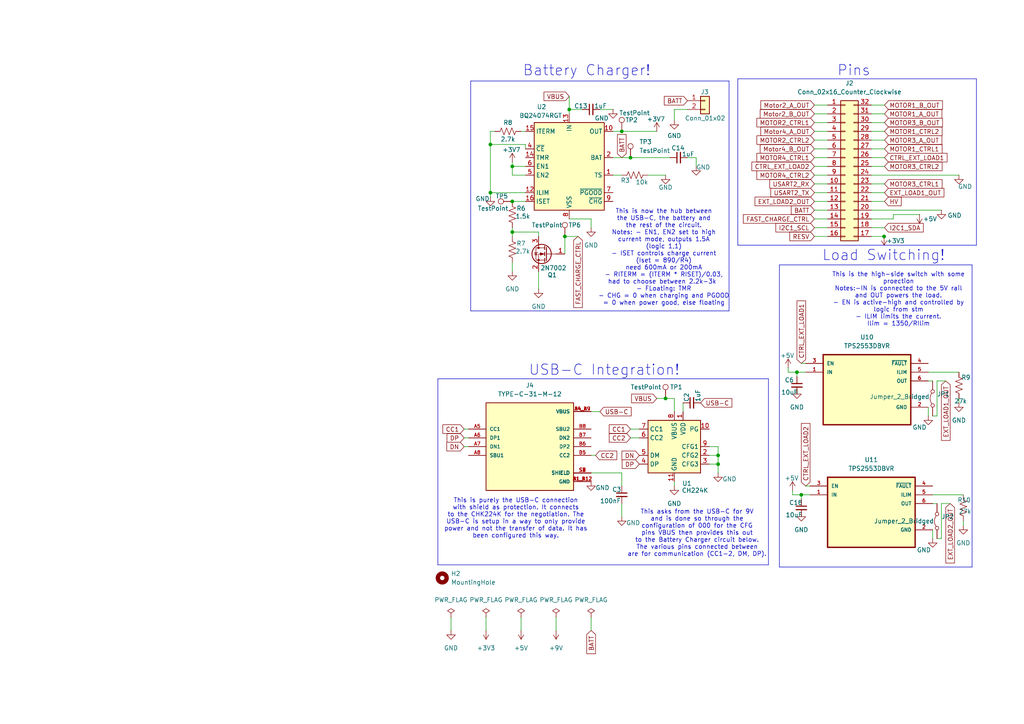
<source format=kicad_sch>
(kicad_sch (version 20250114) (generator "eeschema") (generator_version "9.0")
  (paper "A4")
  (title_block (title "Power Subsystem Design V7") (date "2025-04-22") (company "University Of Cape Town") (comment 1 "Uzayr Ballim (BLLUZA001)") (comment 2 "By:"))
  (text "To step up and step down " (at 512.826 26.162 0) (effects (font (size 1.27 1.27))))
  (text "- A0=1, A1=0, this gives\naddress 1000001 (0x41)" (at 445.516 51.562 0) (effects (font (size 1.27 1.27))))
  (text "This is purely the USB-C connection\nwith shield as protection. It connects\nto the CHK224K for the negotiation. The\nUSB-C is setup in a way to only provide\npower and not the transfer of data. It has\nbeen configured this way." (at 149.606 150.368 0) (effects (font (size 1.27 1.27))))
  (text "Current Monitor!" (at 420.116 42.672 0) (effects (font (size 3 3))))
  (text "Motor Out!" (at 419.1 105.918 0) (effects (font (size 3 3))))
  (text "USB-C Integration!" (at 175.26 107.442 0) (effects (font (size 3 3))))
  (text "This asks from the USB-C for 9V\nand is done so through the\nconfiguration of 000 for the CFG\npins VBUS then provides this out\nto the Battery Charger circuit below.\nThe various pins connected between\nare for communication (CC1-2, DM, DP).\n" (at 202.184 154.686 0) (effects (font (size 1.27 1.27))))
  (text "This is now the hub between\nthe USB-C, the battery and\nthe rest of the circuit.\nNotes: - EN1, EN2 set to high\ncurrent mode, outputs 1.5A\n(logic 1,1)\n- ISET controls charge current\n(Iset = 890/R4)\nneed 600mA or 200mA\n- RITERM = (ITERM * RISET)/0.03,\nhad to choose between 2.2k-3k \n- FLoating: TMR\n- CHG = 0 when charging and PGOOD\n= 0 when power good, else floating" (at 192.532 74.676 0) (effects (font (size 1.27 1.27))))
  (text "-The EN Pin if sent a\nlogic 0 will set the drop\ninto shutdown mode\n" (at 363.22 43.434 0) (effects (font (size 1.27 1.27))))
  (text "Pins" (at 247.65 20.574 0) (effects (font (size 3 3))))
  (text "Battery Charger!" (at 170.18 20.574 0) (effects (font (size 3 3))))
  (text "This is the high-side switch with some\nproection\nNotes:-IN is connected to the 5V rail\nand OUT powers the load.\n- EN is active-high and controlled by\nlogic from stm\n- ILIM limits the current.\nIlim = 1350/RIlim" (at 260.604 86.868 0) (effects (font (size 1.27 1.27))))
  (text "On/OFF Switch!" (at 493.522 22.098 0) (effects (font (size 1.905 1.905))))
  (text "3V3 and 5V out!" (at 337.566 7.62 0) (effects (font (size 3 3))))
  (text "Load Switching!" (at 256.286 74.168 0) (effects (font (size 3 3))))
  (junction (at 378.46 158.75))
  (junction (at 142.24 55.88))
  (junction (at 403.86 66.04))
  (junction (at 193.04 115.57))
  (junction (at 148.59 58.42))
  (junction (at 340.36 48.26))
  (junction (at 445.77 115.57))
  (junction (at 445.77 138.43))
  (junction (at 182.88 45.72))
  (junction (at 311.15 15.24))
  (junction (at 387.35 120.65))
  (junction (at 445.77 158.75))
  (junction (at 163.83 68.58))
  (junction (at 231.14 107.95))
  (junction (at 165.1 31.75))
  (junction (at 483.87 34.29))
  (junction (at 148.59 48.26))
  (junction (at 148.59 67.31))
  (junction (at 445.77 130.81))
  (junction (at 336.55 29.21))
  (junction (at 445.77 173.99))
  (junction (at 443.23 166.37))
  (junction (at 378.46 115.57))
  (junction (at 321.31 72.39))
  (junction (at 330.2 63.5))
  (junction (at 443.23 181.61))
  (junction (at 444.5 130.81))
  (junction (at 443.23 158.75))
  (junction (at 256.4299 68.58))
  (junction (at 386.08 115.57))
  (junction (at 445.77 181.61))
  (junction (at 208.28 132.08))
  (junction (at 445.77 123.19))
  (junction (at 403.86 60.96))
  (junction (at 443.23 138.43))
  (junction (at 435.61 69.85))
  (junction (at 232.41 143.51))
  (junction (at 208.28 134.62))
  (junction (at 446.405 146.05))
  (junction (at 358.14 50.8))
  (junction (at 369.57 21.59))
  (junction (at 180.34 38.1))
  (junction (at 313.69 63.5))
  (junction (at 311.15 48.26))
  (junction (at 336.55 20.32))
  (junction (at 386.08 158.75))
  (junction (at 142.24 41.91))
  (junction (at 311.15 46.99))
  (junction (at 321.31 69.85))
  (junction (at 347.98 48.26))
  (junction (at 443.23 123.19))
  (junction (at 358.14 20.32))
  (junction (at 445.77 166.37))
  (junction (at 444.5 173.99))
  (junction (at 321.31 73.66))
  (junction (at 330.2 48.26))
  (junction (at 443.23 115.57))
  (junction (at 446.405 189.23))
  (junction (at 387.35 163.83))
  (junction (at 311.15 13.97))
  (wire (pts (xy 199.39 31.75) (xy 195.58 31.75)))
  (wire (pts (xy 383.54 115.57) (xy 386.08 115.57)))
  (wire (pts (xy 172.72 132.08) (xy 171.45 132.08)))
  (wire (pts (xy 279.4 152.4) (xy 279.4 151.13)))
  (polyline (pts (xy 468.376 24.13) (xy 468.376 24.384)))
  (wire (pts (xy 311.15 20.32) (xy 311.15 15.24)))
  (wire (pts (xy 448.31 115.57) (xy 445.77 115.57)))
  (wire (pts (xy 252.73 60.96) (xy 273.05 60.96)))
  (wire (pts (xy 483.87 34.29) (xy 483.87 39.37)))
  (wire (pts (xy 252.73 43.18) (xy 256.54 43.18)))
  (wire (pts (xy 236.22 35.56) (xy 240.03 35.56)))
  (polyline (pts (xy 525.78 48.006) (xy 525.78 24.384)))
  (polyline (pts (xy 226.06 76.835) (xy 281.94 76.835)))
  (wire (pts (xy 330.2 63.5) (xy 330.2 64.77)))
  (wire (pts (xy 400.05 69.85) (xy 400.05 71.12)))
  (wire (pts (xy 270.51 156.21) (xy 270.51 153.67)))
  (wire (pts (xy 358.14 52.07) (xy 358.14 50.8)))
  (wire (pts (xy 236.22 30.48) (xy 240.03 30.48)))
  (wire (pts (xy 252.73 38.1) (xy 256.54 38.1)))
  (wire (pts (xy 236.22 68.58) (xy 240.03 68.58)))
  (wire (pts (xy 443.23 146.05) (xy 446.405 146.05)))
  (wire (pts (xy 208.28 129.54) (xy 208.28 132.08)))
  (wire (pts (xy 236.22 48.26) (xy 240.03 48.26)))
  (wire (pts (xy 195.58 139.7) (xy 195.58 140.97)))
  (polyline (pts (xy 211.455 23.495) (xy 211.455 90.17)))
  (wire (pts (xy 483.87 34.29) (xy 492.76 34.29)))
  (wire (pts (xy 182.88 45.72) (xy 194.31 45.72)))
  (wire (pts (xy 236.22 38.1) (xy 240.03 38.1)))
  (wire (pts (xy 378.46 157.48) (xy 378.46 158.75)))
  (wire (pts (xy 311.15 48.26) (xy 311.15 58.42)))
  (wire (pts (xy 142.24 57.15) (xy 142.24 55.88)))
  (wire (pts (xy 278.13 116.84) (xy 278.13 115.57)))
  (wire (pts (xy 187.96 50.8) (xy 193.04 50.8)))
  (wire (pts (xy 171.45 63.5) (xy 171.45 66.04)))
  (wire (pts (xy 336.55 20.32) (xy 335.28 20.32)))
  (wire (pts (xy 358.14 50.8) (xy 358.14 48.26)))
  (wire (pts (xy 201.93 45.72) (xy 199.39 45.72)))
  (wire (pts (xy 327.66 25.4) (xy 327.66 29.21)))
  (wire (pts (xy 269.24 110.49) (xy 270.51 110.49)))
  (wire (pts (xy 270.51 146.05) (xy 271.78 146.05)))
  (wire (pts (xy 446.405 143.51) (xy 446.405 146.05)))
  (wire (pts (xy 148.59 66.04) (xy 148.59 67.31)))
  (wire (pts (xy 386.08 115.57) (xy 386.08 120.65)))
  (wire (pts (xy 232.41 144.78) (xy 232.41 143.51)))
  (wire (pts (xy 389.89 55.88) (xy 389.89 58.42)))
  (wire (pts (xy 446.405 186.69) (xy 446.405 189.23)))
  (wire (pts (xy 382.27 189.23) (xy 387.35 189.23)))
  (polyline (pts (xy 376.555 9.525) (xy 376.555 81.915)))
  (wire (pts (xy 130.81 179.07) (xy 130.81 182.88)))
  (polyline (pts (xy 458.47 44.45) (xy 458.47 81.915)))
  (wire (pts (xy 445.77 123.19) (xy 443.23 123.19)))
  (wire (pts (xy 358.14 21.59) (xy 358.14 20.32)))
  (wire (pts (xy 171.45 179.07) (xy 171.45 182.88)))
  (wire (pts (xy 445.77 138.43) (xy 443.23 138.43)))
  (wire (pts (xy 208.28 132.08) (xy 208.28 134.62)))
  (wire (pts (xy 161.29 179.07) (xy 161.29 182.88)))
  (wire (pts (xy 208.28 137.16) (xy 208.28 134.62)))
  (wire (pts (xy 271.78 120.65) (xy 271.78 110.49)))
  (wire (pts (xy 448.31 181.61) (xy 445.77 181.61)))
  (wire (pts (xy 425.45 66.04) (xy 427.99 66.04)))
  (wire (pts (xy 446.405 189.23) (xy 446.405 190.5)))
  (wire (pts (xy 233.68 107.95) (xy 231.14 107.95)))
  (polyline (pts (xy 460.756 196.342) (xy 468.122 196.342)))
  (wire (pts (xy 311.15 46.99) (xy 311.15 48.26)))
  (wire (pts (xy 134.62 127) (xy 135.89 127)))
  (polyline (pts (xy 283.21 71.12) (xy 283.21 22.86)))
  (wire (pts (xy 165.1 27.94) (xy 165.1 31.75)))
  (wire (pts (xy 401.32 66.04) (xy 403.86 66.04)))
  (wire (pts (xy 234.95 143.51) (xy 232.41 143.51)))
  (wire (pts (xy 448.31 173.99) (xy 445.77 173.99)))
  (wire (pts (xy 328.93 63.5) (xy 330.2 63.5)))
  (wire (pts (xy 328.93 58.42) (xy 330.2 58.42)))
  (wire (pts (xy 386.08 114.3) (xy 386.08 115.57)))
  (wire (pts (xy 229.87 142.24) (xy 229.87 143.51)))
  (wire (pts (xy 140.97 179.07) (xy 140.97 182.88)))
  (wire (pts (xy 311.15 44.45) (xy 311.15 46.99)))
  (wire (pts (xy 148.59 50.8) (xy 152.4 50.8)))
  (wire (pts (xy 435.61 69.85) (xy 435.61 68.58)))
  (wire (pts (xy 445.77 181.61) (xy 443.23 181.61)))
  (wire (pts (xy 180.34 146.05) (xy 180.34 149.86)))
  (polyline (pts (xy 213.995 25.4) (xy 213.995 71.12)))
  (polyline (pts (xy 136.525 23.495) (xy 136.525 90.17)))
  (wire (pts (xy 236.22 33.02) (xy 240.03 33.02)))
  (polyline (pts (xy 525.78 24.384) (xy 468.376 24.384)))
  (wire (pts (xy 444.5 130.81) (xy 443.23 130.81)))
  (wire (pts (xy 450.85 158.75) (xy 445.77 158.75)))
  (wire (pts (xy 446.405 146.05) (xy 446.405 147.32)))
  (wire (pts (xy 378.46 115.57) (xy 375.92 115.57)))
  (wire (pts (xy 180.34 137.16) (xy 180.34 140.97)))
  (wire (pts (xy 171.45 63.5) (xy 165.1 63.5)))
  (wire (pts (xy 232.41 149.86) (xy 232.41 148.59)))
  (wire (pts (xy 271.78 156.21) (xy 273.05 156.21)))
  (wire (pts (xy 177.8 45.72) (xy 182.88 45.72)))
  (wire (pts (xy 152.4 41.91) (xy 142.24 41.91)))
  (wire (pts (xy 252.73 68.58) (xy 256.4299 68.58)))
  (wire (pts (xy 445.77 138.43) (xy 449.58 138.43)))
  (wire (pts (xy 195.58 31.75) (xy 195.58 34.925)))
  (wire (pts (xy 481.33 31.75) (xy 492.76 31.75)))
  (wire (pts (xy 231.14 114.3) (xy 231.14 113.03)))
  (wire (pts (xy 151.13 38.1) (xy 152.4 38.1)))
  (wire (pts (xy 195.58 115.57) (xy 195.58 119.38)))
  (wire (pts (xy 339.09 48.26) (xy 340.36 48.26)))
  (wire (pts (xy 273.05 146.05) (xy 275.59 146.05)))
  (wire (pts (xy 443.23 166.37) (xy 445.77 166.37)))
  (wire (pts (xy 208.28 134.62) (xy 205.74 134.62)))
  (wire (pts (xy 173.99 31.75) (xy 177.8 31.75)))
  (polyline (pts (xy 127 109.855) (xy 222.885 109.855)))
  (wire (pts (xy 336.55 36.83) (xy 336.55 38.1)))
  (wire (pts (xy 270.51 120.65) (xy 271.78 120.65)))
  (wire (pts (xy 445.77 115.57) (xy 443.23 115.57)))
  (wire (pts (xy 142.24 38.1) (xy 142.24 41.91)))
  (wire (pts (xy 336.55 20.32) (xy 358.14 20.32)))
  (wire (pts (xy 347.98 71.12) (xy 347.98 73.66)))
  (wire (pts (xy 259.08 63.5) (xy 252.73 63.5)))
  (wire (pts (xy 387.35 125.73) (xy 378.46 125.73)))
  (wire (pts (xy 177.8 38.1) (xy 180.34 38.1)))
  (polyline (pts (xy 384.175 44.45) (xy 458.47 44.45)))
  (wire (pts (xy 252.73 53.34) (xy 256.54 53.34)))
  (wire (pts (xy 278.13 107.95) (xy 269.24 107.95)))
  (wire (pts (xy 386.08 120.65) (xy 387.35 120.65)))
  (wire (pts (xy 177.8 50.8) (xy 180.34 50.8)))
  (wire (pts (xy 321.31 73.66) (xy 321.31 74.93)))
  (wire (pts (xy 425.45 69.85) (xy 425.45 68.58)))
  (wire (pts (xy 330.2 48.26) (xy 331.47 48.26)))
  (wire (pts (xy 236.22 66.04) (xy 240.03 66.04)))
  (wire (pts (xy 252.73 58.42) (xy 256.54 58.42)))
  (wire (pts (xy 311.15 11.43) (xy 311.15 13.97)))
  (polyline (pts (xy 222.885 109.855) (xy 222.885 163.83)))
  (wire (pts (xy 340.36 48.26) (xy 347.98 48.26)))
  (wire (pts (xy 252.73 66.04) (xy 256.54 66.04)))
  (wire (pts (xy 313.69 63.5) (xy 313.69 64.77)))
  (wire (pts (xy 148.59 67.31) (xy 148.59 68.58)))
  (wire (pts (xy 252.73 50.8) (xy 278.13 50.8)))
  (wire (pts (xy 148.59 76.2) (xy 148.59 78.74)))
  (wire (pts (xy 425.45 58.42) (xy 427.99 58.42)))
  (wire (pts (xy 236.22 50.8) (xy 240.03 50.8)))
  (wire (pts (xy 378.46 168.91) (xy 378.46 158.75)))
  (wire (pts (xy 279.4 143.51) (xy 270.51 143.51)))
  (wire (pts (xy 312.42 20.32) (xy 311.15 20.32)))
  (wire (pts (xy 234.95 140.97) (xy 233.68 140.97)))
  (wire (pts (xy 386.08 157.48) (xy 386.08 158.75)))
  (polyline (pts (xy 226.06 76.835) (xy 226.06 164.465)))
  (wire (pts (xy 228.6 106.68) (xy 228.6 107.95)))
  (polyline (pts (xy 461.01 109.22) (xy 370.205 109.22)))
  (wire (pts (xy 236.22 40.64) (xy 240.03 40.64)))
  (wire (pts (xy 444.5 173.99) (xy 443.23 173.99)))
  (wire (pts (xy 252.73 40.64) (xy 256.54 40.64)))
  (polyline (pts (xy 458.47 81.915) (xy 384.175 81.915)))
  (wire (pts (xy 190.5 115.57) (xy 193.04 115.57)))
  (wire (pts (xy 321.31 68.58) (xy 321.31 69.85)))
  (polyline (pts (xy 384.175 44.45) (xy 384.175 81.915)))
  (wire (pts (xy 443.23 181.61) (xy 443.23 176.53)))
  (wire (pts (xy 378.46 114.3) (xy 378.46 115.57)))
  (wire (pts (xy 236.22 55.88) (xy 240.03 55.88)))
  (wire (pts (xy 201.93 48.26) (xy 201.93 45.72)))
  (wire (pts (xy 236.22 43.18) (xy 240.03 43.18)))
  (wire (pts (xy 443.23 186.69) (xy 446.405 186.69)))
  (polyline (pts (xy 283.21 22.86) (xy 213.995 22.86)))
  (wire (pts (xy 205.74 129.54) (xy 208.28 129.54)))
  (wire (pts (xy 358.14 26.67) (xy 358.14 27.94)))
  (wire (pts (xy 259.08 62.23) (xy 259.08 63.5)))
  (wire (pts (xy 445.77 166.37) (xy 450.85 166.37)))
  (wire (pts (xy 236.22 63.5) (xy 240.03 63.5)))
  (wire (pts (xy 156.21 78.74) (xy 156.21 83.82)))
  (wire (pts (xy 182.88 127) (xy 185.42 127)))
  (wire (pts (xy 152.4 41.91) (xy 152.4 43.18)))
  (wire (pts (xy 134.62 129.54) (xy 135.89 129.54)))
  (polyline (pts (xy 298.45 9.525) (xy 376.555 9.525)))
  (wire (pts (xy 163.83 68.58) (xy 167.64 68.58)))
  (wire (pts (xy 156.21 68.58) (xy 156.21 67.31)))
  (wire (pts (xy 387.35 168.91) (xy 378.46 168.91)))
  (wire (pts (xy 445.77 130.81) (xy 449.58 130.81)))
  (wire (pts (xy 330.2 63.5) (xy 340.36 63.5)))
  (wire (pts (xy 252.73 48.26) (xy 256.54 48.26)))
  (wire (pts (xy 448.31 123.19) (xy 445.77 123.19)))
  (wire (pts (xy 236.22 45.72) (xy 240.03 45.72)))
  (wire (pts (xy 252.73 35.56) (xy 256.54 35.56)))
  (wire (pts (xy 443.23 143.51) (xy 446.405 143.51)))
  (wire (pts (xy 403.86 60.96) (xy 405.13 60.96)))
  (wire (pts (xy 180.34 38.1) (xy 190.5 38.1)))
  (wire (pts (xy 378.46 125.73) (xy 378.46 115.57)))
  (polyline (pts (xy 370.205 111.76) (xy 370.205 196.215)))
  (wire (pts (xy 165.1 31.75) (xy 168.91 31.75)))
  (wire (pts (xy 142.24 55.88) (xy 152.4 55.88)))
  (wire (pts (xy 415.29 73.66) (xy 415.29 74.93)))
  (wire (pts (xy 163.83 73.66) (xy 163.83 68.58)))
  (wire (pts (xy 148.59 48.26) (xy 152.4 48.26)))
  (polyline (pts (xy 213.995 22.86) (xy 213.995 25.4)))
  (wire (pts (xy 252.73 33.02) (xy 256.54 33.02)))
  (wire (pts (xy 252.73 45.72) (xy 256.54 45.72)))
  (wire (pts (xy 327.66 29.21) (xy 336.55 29.21)))
  (wire (pts (xy 304.8 13.97) (xy 311.15 13.97)))
  (polyline (pts (xy 226.06 164.465) (xy 281.94 164.465)))
  (wire (pts (xy 142.24 41.91) (xy 142.24 55.88)))
  (wire (pts (xy 308.61 63.5) (xy 308.61 62.23)))
  (wire (pts (xy 389.89 69.85) (xy 389.89 68.58)))
  (wire (pts (xy 231.14 109.22) (xy 231.14 107.95)))
  (wire (pts (xy 313.69 69.85) (xy 321.31 69.85)))
  (wire (pts (xy 311.15 15.24) (xy 311.15 13.97)))
  (polyline (pts (xy 281.94 164.465) (xy 281.94 76.835)))
  (wire (pts (xy 231.14 107.95) (xy 228.6 107.95)))
  (wire (pts (xy 311.15 58.42) (xy 313.69 58.42)))
  (wire (pts (xy 481.33 34.29) (xy 483.87 34.29)))
  (wire (pts (xy 198.12 116.84) (xy 198.12 119.38)))
  (wire (pts (xy 151.13 179.07) (xy 151.13 182.88)))
  (wire (pts (xy 236.22 58.42) (xy 240.03 58.42)))
  (polyline (pts (xy 127 163.83) (xy 222.885 163.83)))
  (wire (pts (xy 148.59 67.31) (xy 156.21 67.31)))
  (wire (pts (xy 443.23 158.75) (xy 445.77 158.75)))
  (wire (pts (xy 269.24 120.65) (xy 269.24 118.11)))
  (wire (pts (xy 403.86 66.04) (xy 405.13 66.04)))
  (wire (pts (xy 445.77 173.99) (xy 444.5 173.99)))
  (wire (pts (xy 443.23 189.23) (xy 446.405 189.23)))
  (wire (pts (xy 336.55 29.21) (xy 336.55 27.94)))
  (wire (pts (xy 382.27 146.05) (xy 387.35 146.05)))
  (wire (pts (xy 273.05 156.21) (xy 273.05 146.05)))
  (polyline (pts (xy 468.122 24.384) (xy 468.122 48.006)))
  (wire (pts (xy 148.59 58.42) (xy 152.4 58.42)))
  (wire (pts (xy 171.45 119.38) (xy 173.99 119.38)))
  (polyline (pts (xy 376.555 81.915) (xy 298.45 81.915)))
  (wire (pts (xy 233.68 105.41) (xy 232.41 105.41)))
  (wire (pts (xy 252.73 30.48) (xy 256.54 30.48)))
  (wire (pts (xy 369.57 21.59) (xy 369.57 20.32)))
  (wire (pts (xy 491.49 41.91) (xy 492.76 41.91)))
  (wire (pts (xy 321.31 69.85) (xy 321.31 72.39)))
  (polyline (pts (xy 136.525 23.495) (xy 211.455 23.495)))
  (wire (pts (xy 445.77 130.81) (xy 444.5 130.81)))
  (wire (pts (xy 148.59 46.99) (xy 148.59 48.26)))
  (wire (pts (xy 148.59 50.8) (xy 148.59 48.26)))
  (polyline (pts (xy 211.455 90.17) (xy 136.525 90.17)))
  (wire (pts (xy 143.51 38.1) (xy 142.24 38.1)))
  (polyline (pts (xy 127 163.83) (xy 127 109.855)))
  (wire (pts (xy 252.73 55.88) (xy 256.54 55.88)))
  (wire (pts (xy 401.32 60.96) (xy 403.86 60.96)))
  (polyline (pts (xy 298.45 9.525) (xy 298.45 81.915)))
  (polyline (pts (xy 460.502 109.22) (xy 468.122 109.22)))
  (polyline (pts (xy 213.995 71.12) (xy 283.21 71.12)))
  (wire (pts (xy 415.29 52.07) (xy 415.29 53.34)))
  (polyline (pts (xy 370.205 109.22) (xy 370.205 115.57)))
  (wire (pts (xy 256.4299 68.58) (xy 256.54 68.58)))
  (wire (pts (xy 271.78 110.49) (xy 274.32 110.49)))
  (wire (pts (xy 330.2 72.39) (xy 321.31 72.39)))
  (wire (pts (xy 383.54 158.75) (xy 386.08 158.75)))
  (wire (pts (xy 347.98 48.26) (xy 347.98 66.04)))
  (wire (pts (xy 321.31 72.39) (xy 321.31 73.66)))
  (wire (pts (xy 443.23 138.43) (xy 443.23 133.35)))
  (polyline (pts (xy 468.122 109.22) (xy 468.122 196.342)))
  (wire (pts (xy 425.45 60.96) (xy 427.99 60.96)))
  (wire (pts (xy 259.08 62.23) (xy 266.7 62.23)))
  (wire (pts (xy 205.74 132.08) (xy 208.28 132.08)))
  (polyline (pts (xy 468.122 48.006) (xy 525.78 48.006)))
  (wire (pts (xy 165.1 31.75) (xy 165.1 33.02)))
  (wire (pts (xy 232.41 143.51) (xy 229.87 143.51)))
  (wire (pts (xy 443.23 158.75) (xy 443.23 163.83)))
  (wire (pts (xy 193.04 115.57) (xy 195.58 115.57)))
  (wire (pts (xy 330.2 48.26) (xy 330.2 58.42)))
  (wire (pts (xy 386.08 158.75) (xy 386.08 163.83)))
  (wire (pts (xy 134.62 124.46) (xy 135.89 124.46)))
  (wire (pts (xy 378.46 158.75) (xy 375.92 158.75)))
  (wire (pts (xy 347.98 73.66) (xy 321.31 73.66)))
  (wire (pts (xy 443.23 115.57) (xy 443.23 120.65)))
  (wire (pts (xy 236.22 53.34) (xy 240.03 53.34)))
  (wire (pts (xy 236.22 60.96) (xy 240.03 60.96)))
  (wire (pts (xy 325.12 48.26) (xy 330.2 48.26)))
  (wire (pts (xy 311.15 48.26) (xy 317.5 48.26)))
  (wire (pts (xy 359.41 20.32) (xy 358.14 20.32)))
  (wire (pts (xy 308.61 63.5) (xy 313.69 63.5)))
  (polyline (pts (xy 370.205 196.215) (xy 461.01 196.215)))
  (wire (pts (xy 425.45 69.85) (xy 435.61 69.85)))
  (wire (pts (xy 182.88 124.46) (xy 185.42 124.46)))
  (wire (pts (xy 171.45 137.16) (xy 180.34 137.16)))
  (wire (pts (xy 386.08 163.83) (xy 387.35 163.83)))
  (global_label "USB-C" (shape input) (at 173.99 119.38 0) (property "Intersheetrefs" "${INTERSHEET_REFS}" (effects (hide yes))))
  (global_label "Motor4_A_OUT" (shape input) (at 236.22 38.1 180) (property "Intersheetrefs" "${INTERSHEET_REFS}" (effects (hide yes))))
  (global_label "EXT_LOAD2_OUT" (shape input) (at 275.59 146.05 270) (property "Intersheetrefs" "${INTERSHEET_REFS}" (effects (hide yes))))
  (global_label "Power_ON" (shape input) (at 308.61 62.23 90) (property "Intersheetrefs" "${INTERSHEET_REFS}" (effects (hide yes))))
  (global_label "CTRL_EXT_LOAD1" (shape input) (at 256.54 45.72 0) (property "Intersheetrefs" "${INTERSHEET_REFS}" (effects (hide yes))))
  (global_label "RESV" (shape input) (at 236.22 68.58 180) (property "Intersheetrefs" "${INTERSHEET_REFS}" (effects (hide yes))))
  (global_label "MOTOR1_B_OUT" (shape input) (at 256.54 30.48 0) (property "Intersheetrefs" "${INTERSHEET_REFS}" (effects (hide yes))))
  (global_label "MOTOR1_CTRL1" (shape input) (at 387.35 130.81 180) (property "Intersheetrefs" "${INTERSHEET_REFS}" (effects (hide yes))))
  (global_label "I2C1_SDA" (shape input) (at 256.54 66.04 0) (property "Intersheetrefs" "${INTERSHEET_REFS}" (effects (hide yes))))
  (global_label "Motor2_B_OUT" (shape input) (at 236.22 33.02 180) (property "Intersheetrefs" "${INTERSHEET_REFS}" (effects (hide yes))))
  (global_label "EXT_LOAD1_OUT" (shape input) (at 274.32 110.49 270) (property "Intersheetrefs" "${INTERSHEET_REFS}" (effects (hide yes))))
  (global_label "STEP" (shape input) (at 481.33 31.75 180) (property "Intersheetrefs" "${INTERSHEET_REFS}" (effects (hide yes))))
  (global_label "Motor4_A_OUT" (shape input) (at 448.31 173.99 0) (property "Intersheetrefs" "${INTERSHEET_REFS}" (effects (hide yes))))
  (global_label "CTRL_EXT_LOAD1" (shape input) (at 232.41 105.41 90) (property "Intersheetrefs" "${INTERSHEET_REFS}" (effects (hide yes))))
  (global_label "VBUS" (shape input) (at 165.1 27.94 180) (property "Intersheetrefs" "${INTERSHEET_REFS}" (effects (hide yes))))
  (global_label "Motor2_A_OUT" (shape input) (at 236.22 30.48 180) (property "Intersheetrefs" "${INTERSHEET_REFS}" (effects (hide yes))))
  (global_label "FAST_CHARGE_CTRL" (shape input) (at 167.64 68.58 270) (property "Intersheetrefs" "${INTERSHEET_REFS}" (effects (hide yes))))
  (global_label "MOTOR3_CTRL1" (shape input) (at 256.54 53.34 0) (property "Intersheetrefs" "${INTERSHEET_REFS}" (effects (hide yes))))
  (global_label "USART2_RX" (shape input) (at 236.22 53.34 180) (property "Intersheetrefs" "${INTERSHEET_REFS}" (effects (hide yes))))
  (global_label "DP" (shape input) (at 134.62 127 180) (property "Intersheetrefs" "${INTERSHEET_REFS}" (effects (hide yes))))
  (global_label "Power_ON" (shape input) (at 312.42 25.4 180) (property "Intersheetrefs" "${INTERSHEET_REFS}" (effects (hide yes))))
  (global_label "Motor2_A_OUT" (shape input) (at 450.85 158.75 0) (property "Intersheetrefs" "${INTERSHEET_REFS}" (effects (hide yes))))
  (global_label "MOTOR4_CTRL1" (shape input) (at 387.35 181.61 180) (property "Intersheetrefs" "${INTERSHEET_REFS}" (effects (hide yes))))
  (global_label "MOTOR1_B_OUT" (shape input) (at 448.31 123.19 0) (property "Intersheetrefs" "${INTERSHEET_REFS}" (effects (hide yes))))
  (global_label "STEP" (shape input) (at 311.15 44.45 180) (property "Intersheetrefs" "${INTERSHEET_REFS}" (effects (hide yes))))
  (global_label "MOTOR1_CTRL2" (shape input) (at 256.54 38.1 0) (property "Intersheetrefs" "${INTERSHEET_REFS}" (effects (hide yes))))
  (global_label "BATT" (shape input) (at 171.45 182.88 270) (property "Intersheetrefs" "${INTERSHEET_REFS}" (effects (hide yes))))
  (global_label "MOTOR3_CTRL1" (shape input) (at 387.35 138.43 180) (property "Intersheetrefs" "${INTERSHEET_REFS}" (effects (hide yes))))
  (global_label "DN" (shape input) (at 185.42 132.08 180) (property "Intersheetrefs" "${INTERSHEET_REFS}" (effects (hide yes))))
  (global_label "Power_ON" (shape input) (at 481.33 34.29 180) (property "Intersheetrefs" "${INTERSHEET_REFS}" (effects (hide yes))))
  (global_label "FAST_CHARGE_CTRL" (shape input) (at 236.22 63.5 180) (property "Intersheetrefs" "${INTERSHEET_REFS}" (effects (hide yes))))
  (global_label "CC2" (shape input) (at 172.72 132.08 0) (property "Intersheetrefs" "${INTERSHEET_REFS}" (effects (hide yes))))
  (global_label "MOTOR2_CTRL2" (shape input) (at 387.35 176.53 180) (property "Intersheetrefs" "${INTERSHEET_REFS}" (effects (hide yes))))
  (global_label "MOTOR4_CTRL2" (shape input) (at 387.35 184.15 180) (property "Intersheetrefs" "${INTERSHEET_REFS}" (effects (hide yes))))
  (global_label "USB-C" (shape input) (at 203.2 116.84 0) (property "Intersheetrefs" "${INTERSHEET_REFS}" (effects (hide yes))))
  (global_label "DP" (shape input) (at 185.42 134.62 180) (property "Intersheetrefs" "${INTERSHEET_REFS}" (effects (hide yes))))
  (global_label "MOTOR1_A_OUT" (shape input) (at 448.31 115.57 0) (property "Intersheetrefs" "${INTERSHEET_REFS}" (effects (hide yes))))
  (global_label "MOTOR3_CTRL2" (shape input) (at 256.54 48.26 0) (property "Intersheetrefs" "${INTERSHEET_REFS}" (effects (hide yes))))
  (global_label "CC2" (shape input) (at 182.88 127 180) (property "Intersheetrefs" "${INTERSHEET_REFS}" (effects (hide yes))))
  (global_label "Motor2_B_OUT" (shape input) (at 450.85 166.37 0) (property "Intersheetrefs" "${INTERSHEET_REFS}" (effects (hide yes))))
  (global_label "Motor4_B_OUT" (shape input) (at 236.22 43.18 180) (property "Intersheetrefs" "${INTERSHEET_REFS}" (effects (hide yes))))
  (global_label "VBUS" (shape input) (at 190.5 115.57 180) (property "Intersheetrefs" "${INTERSHEET_REFS}" (effects (hide yes))))
  (global_label "STEP" (shape input) (at 311.15 11.43 180) (property "Intersheetrefs" "${INTERSHEET_REFS}" (effects (hide yes))))
  (global_label "MOTOR4_CTRL2" (shape input) (at 236.22 50.8 180) (property "Intersheetrefs" "${INTERSHEET_REFS}" (effects (hide yes))))
  (global_label "BATT" (shape input) (at 180.34 45.72 90) (property "Intersheetrefs" "${INTERSHEET_REFS}" (effects (hide yes))))
  (global_label "MOTOR3_B_OUT" (shape input) (at 449.58 138.43 0) (property "Intersheetrefs" "${INTERSHEET_REFS}" (effects (hide yes))))
  (global_label "CC1" (shape input) (at 134.62 124.46 180) (property "Intersheetrefs" "${INTERSHEET_REFS}" (effects (hide yes))))
  (global_label "BATT" (shape input) (at 199.39 29.21 180) (property "Intersheetrefs" "${INTERSHEET_REFS}" (effects (hide yes))))
  (global_label "HV" (shape input) (at 256.54 58.42 0) (property "Intersheetrefs" "${INTERSHEET_REFS}" (effects (hide yes))))
  (global_label "USART2_TX" (shape input) (at 236.22 55.88 180) (property "Intersheetrefs" "${INTERSHEET_REFS}" (effects (hide yes))))
  (global_label "BATT" (shape input) (at 236.22 60.96 180) (property "Intersheetrefs" "${INTERSHEET_REFS}" (effects (hide yes))))
  (global_label "MOTOR2_CTRL1" (shape input) (at 387.35 173.99 180) (property "Intersheetrefs" "${INTERSHEET_REFS}" (effects (hide yes))))
  (global_label "I2C1_SCL" (shape input) (at 236.22 66.04 180) (property "Intersheetrefs" "${INTERSHEET_REFS}" (effects (hide yes))))
  (global_label "MOTOR2_CTRL2" (shape input) (at 236.22 40.64 180) (property "Intersheetrefs" "${INTERSHEET_REFS}" (effects (hide yes))))
  (global_label "MOTOR3_A_OUT" (shape input) (at 449.58 130.81 0) (property "Intersheetrefs" "${INTERSHEET_REFS}" (effects (hide yes))))
  (global_label "MOTOR4_CTRL1" (shape input) (at 236.22 45.72 180) (property "Intersheetrefs" "${INTERSHEET_REFS}" (effects (hide yes))))
  (global_label "EXT_LOAD2_OUT" (shape input) (at 236.22 58.42 180) (property "Intersheetrefs" "${INTERSHEET_REFS}" (effects (hide yes))))
  (global_label "MOTOR1_CTRL2" (shape input) (at 387.35 133.35 180) (property "Intersheetrefs" "${INTERSHEET_REFS}" (effects (hide yes))))
  (global_label "CC1" (shape input) (at 182.88 124.46 180) (property "Intersheetrefs" "${INTERSHEET_REFS}" (effects (hide yes))))
  (global_label "MOTOR1_A_OUT" (shape input) (at 256.54 33.02 0) (property "Intersheetrefs" "${INTERSHEET_REFS}" (effects (hide yes))))
  (global_label "DN" (shape input) (at 134.62 129.54 180) (property "Intersheetrefs" "${INTERSHEET_REFS}" (effects (hide yes))))
  (global_label "CTRL_EXT_LOAD2" (shape input) (at 233.68 140.97 90) (property "Intersheetrefs" "${INTERSHEET_REFS}" (effects (hide yes))))
  (global_label "CTRL_EXT_LOAD2" (shape input) (at 236.22 48.26 180) (property "Intersheetrefs" "${INTERSHEET_REFS}" (effects (hide yes))))
  (global_label "I2C1_SDA" (shape input) (at 427.99 58.42 0) (property "Intersheetrefs" "${INTERSHEET_REFS}" (effects (hide yes))))
  (global_label "Motor4_B_OUT" (shape input) (at 448.31 181.61 0) (property "Intersheetrefs" "${INTERSHEET_REFS}" (effects (hide yes))))
  (global_label "MOTOR3_B_OUT" (shape input) (at 256.54 35.56 0) (property "Intersheetrefs" "${INTERSHEET_REFS}" (effects (hide yes))))
  (global_label "I2C1_SCL" (shape input) (at 427.99 60.96 0) (property "Intersheetrefs" "${INTERSHEET_REFS}" (effects (hide yes))))
  (global_label "EXT_LOAD1_OUT" (shape input) (at 256.54 55.88 0) (property "Intersheetrefs" "${INTERSHEET_REFS}" (effects (hide yes))))
  (global_label "MOTOR2_CTRL1" (shape input) (at 236.22 35.56 180) (property "Intersheetrefs" "${INTERSHEET_REFS}" (effects (hide yes))))
  (global_label "MOTOR1_CTRL1" (shape input) (at 256.54 43.18 0) (property "Intersheetrefs" "${INTERSHEET_REFS}" (effects (hide yes))))
  (global_label "MOTOR3_A_OUT" (shape input) (at 256.54 40.64 0) (property "Intersheetrefs" "${INTERSHEET_REFS}" (effects (hide yes))))
  (global_label "MOTOR3_CTRL2" (shape input) (at 387.35 140.97 180) (property "Intersheetrefs" "${INTERSHEET_REFS}" (effects (hide yes))))
  (global_label "STEP" (shape input) (at 400.05 71.12 270) (property "Intersheetrefs" "${INTERSHEET_REFS}" (effects (hide yes))))
  (symbol (lib_id "power:+5V") (at 378.46 157.48 0) (unit 1)
    (property "Reference" "#PWR045" (effects (hide yes)))
    (property "Value" "+5V" (at 376.936 154.051 0) (effects (justify left)))
  )
  (symbol (lib_id "power:GND") (at 320.04 30.48 0) (unit 1)
    (property "Reference" "#PWR029" (effects (hide yes)))
    (property "Value" "GND" (at 324.612 32.004 0))
    (property "Description" "Power symbol creates a global label with name \"GND\" , ground" (effects (hide yes)))
  )
  (symbol (lib_id "Jumper:Jumper_2_Bridged") (at 364.49 20.32 0) (unit 1)
    (property "Reference" "JP5" (at 364.49 15.24 0))
    (property "Value" "Jumper_2_Bridged" (at 364.49 17.78 0))
    (property "Footprint" "Jumper:SolderJumper-2_P1.3mm_Bridged_Pad1.0x1.5mm" (effects (hide yes)))
    (property "Description" "Jumper, 2-pole, closed/bridged" (effects (hide yes)))
  )
  (symbol (lib_id "Connector:TestPoint") (at 311.15 46.99 270) (unit 1)
    (property "Reference" "TP8" (at 316.23 45.7199 90) (effects (justify left)))
    (property "Value" "TestPoint" (at 301.244 47.244 90) (effects (justify left)))
    (property "Footprint" "TestPoint:TestPoint_Pad_D2.0mm" (effects (hide yes)))
    (property "Description" "test point" (effects (hide yes)))
  )
  (symbol (lib_id "power:+5V") (at 382.27 189.23 90) (unit 1)
    (property "Reference" "#PWR049" (effects (hide yes)))
    (property "Value" "+5V" (at 378.841 190.754 0) (effects (justify left)))
  )
  (symbol (lib_id "Device:R_US") (at 336.55 33.02 0) (unit 1)
    (property "Reference" "R17" (at 339.09 31.7499 0) (effects (justify left)))
    (property "Value" "10K" (at 339.09 34.2899 0) (effects (justify left)))
    (property "Footprint" "Resistor_SMD:R_0402_1005Metric_Pad0.72x0.64mm_HandSolder" (effects (hide yes)))
    (property "Description" "Resistor, US symbol" (effects (hide yes)))
  )
  (symbol (lib_id "Connector:TestPoint") (at 182.88 45.72 0) (unit 1)
    (property "Reference" "TP3" (at 185.42 41.1479 0) (effects (justify left)))
    (property "Value" "TestPoint" (at 185.42 43.6879 0) (effects (justify left)))
    (property "Footprint" "TestPoint:TestPoint_Pad_D2.0mm" (effects (hide yes)))
    (property "Description" "test point" (effects (hide yes)))
  )
  (symbol (lib_id "power:GND") (at 232.41 148.59 0) (unit 1)
    (property "Reference" "#PWR057" (effects (hide yes)))
    (property "Value" "GND" (at 232.41 153.67 0))
    (property "Description" "Power symbol creates a global label with name \"GND\" , ground" (effects (hide yes)))
  )
  (symbol (lib_id "Device:D") (at 445.77 162.56 90) (unit 1)
    (property "Reference" "D6" (at 448.31 161.2899 90) (effects (justify right)))
    (property "Value" "D" (at 448.31 163.8299 90) (effects (justify right)))
    (property "Footprint" "Diode_SMD:D_2512_6332Metric_Pad1.52x3.35mm_HandSolder" (effects (hide yes)))
    (property "Description" "Diode" (effects (hide yes)))
    (property "Sim.Device" "D" (effects (hide yes)))
    (property "Sim.Pins" "1=K 2=A" (effects (hide yes)))
  )
  (symbol (lib_id "power:GND") (at 177.8 31.75 0) (unit 1)
    (property "Reference" "#PWR026" (effects (hide yes)))
    (property "Value" "GND" (at 174.498 34.29 0))
    (property "Description" "Power symbol creates a global label with name \"GND\" , ground" (effects (hide yes)))
  )
  (symbol (lib_id "power:+5V") (at 151.13 182.88 180) (unit 1)
    (property "Reference" "#PWR02" (effects (hide yes)))
    (property "Value" "+5V" (at 151.13 187.96 0))
    (property "Description" "Power symbol creates a global label with name \"+5V\"" (effects (hide yes)))
  )
  (symbol (lib_id "power:GND") (at 142.24 57.15 0) (unit 1)
    (property "Reference" "#PWR010" (effects (hide yes)))
    (property "Value" "GND" (at 139.954 57.658 0))
    (property "Description" "Power symbol creates a global label with name \"GND\" , ground" (effects (hide yes)))
  )
  (symbol (lib_id "power:+3V3") (at 229.87 142.24 0) (unit 1)
    (property "Reference" "#PWR017" (effects (hide yes)))
    (property "Value" "+5V" (at 229.616 138.684 0))
    (property "Description" "Power symbol creates a global label with name \"+3V3\"" (effects (hide yes)))
  )
  (symbol (lib_id "power:GND") (at 415.29 74.93 0) (unit 1)
    (property "Reference" "#PWR032" (effects (hide yes)))
    (property "Value" "GND" (at 419.1 76.454 0))
    (property "Description" "Power symbol creates a global label with name \"GND\" , ground" (effects (hide yes)))
  )
  (symbol (lib_id "Device:D") (at 445.77 119.38 90) (unit 1)
    (property "Reference" "D4" (at 448.31 118.1099 90) (effects (justify right)))
    (property "Value" "D" (at 448.31 120.6499 90) (effects (justify right)))
    (property "Footprint" "Diode_SMD:D_2512_6332Metric_Pad1.52x3.35mm_HandSolder" (effects (hide yes)))
    (property "Description" "Diode" (effects (hide yes)))
    (property "Sim.Device" "D" (effects (hide yes)))
    (property "Sim.Pins" "1=K 2=A" (effects (hide yes)))
  )
  (symbol (lib_id "power:+5V") (at 378.46 114.3 0) (unit 1)
    (property "Reference" "#PWR044" (effects (hide yes)))
    (property "Value" "+5V" (at 376.936 110.871 0) (effects (justify left)))
  )
  (symbol (lib_id "power:GND") (at 273.05 60.96 0) (unit 1)
    (property "Reference" "#PWR019" (effects (hide yes)))
    (property "Value" "GND" (at 276.86 62.484 0))
    (property "Description" "Power symbol creates a global label with name \"GND\" , ground" (effects (hide yes)))
  )
  (symbol (lib_id "TPS2553DBVR:TPS2553DBVR") (at 252.73 148.59 0) (unit 1)
    (property "Reference" "U11" (at 252.73 133.35 0))
    (property "Value" "TPS2553DBVR" (at 252.73 135.89 0))
    (property "Footprint" "DSS0012A:SOT95P280X145-6N" (effects (hide yes)))
    (property "DigiKey_Part_Number" "296-32464-2-ND" (effects (hide yes)))
    (property "SnapEDA_Link" "https://www.snapeda.com/parts/TPS2553DBVR/Texas+Instruments/view-part/?ref=snap" (effects (hide yes)))
    (property "Description_1" "0.075-1.7A adj. ILIMIT,  2.5-6.5V, 85mΩ USB power switch, active-high, reverse blocking" (effects (hide yes)))
    (property "MF" "Texas Instruments" (effects (hide yes)))
    (property "Package" "SOT-23-6 Texas Instruments" (effects (hide yes)))
    (property "Check_prices" "https://www.snapeda.com/parts/TPS2553DBVR/Texas+Instruments/view-part/?ref=eda" (effects (hide yes)))
    (property "MP" "TPS2553DBVR" (effects (hide yes)))
  )
  (symbol (lib_id "Device:R_US") (at 279.4 147.32 180) (unit 1)
    (property "Reference" "R10" (at 279.654 145.034 0))
    (property "Value" "27k" (at 279.908 148.336 0))
    (property "Footprint" "Resistor_SMD:R_0402_1005Metric_Pad0.72x0.64mm_HandSolder" (effects (hide yes)))
    (property "Description" "Resistor, US symbol" (effects (hide yes)))
  )
  (symbol (lib_id "power:+5V") (at 386.08 157.48 0) (unit 1)
    (property "Reference" "#PWR047" (effects (hide yes)))
    (property "Value" "+5V" (at 384.556 154.051 0) (effects (justify left)))
  )
  (symbol (lib_id "Connector:TestPoint") (at 443.23 181.61 180) (unit 1)
    (property "Reference" "TP21" (at 445.77 183.6419 0) (effects (justify right)))
    (property "Value" "TestPoint" (at 445.77 186.1819 0) (effects (justify right)))
    (property "Footprint" "TestPoint:TestPoint_Pad_D2.0mm" (effects (hide yes)))
    (property "Description" "test point" (effects (hide yes)))
  )
  (symbol (lib_id "Device:R_US") (at 340.36 59.69 0) (unit 1)
    (property "Reference" "R12" (at 342.9 58.4199 0) (effects (justify left)))
    (property "Value" "10k" (at 342.9 60.9599 0) (effects (justify left)))
    (property "Footprint" "Resistor_SMD:R_0402_1005Metric_Pad0.72x0.64mm_HandSolder" (effects (hide yes)))
    (property "Description" "Resistor, US symbol" (effects (hide yes)))
  )
  (symbol (lib_id "power:GND") (at 180.34 149.86 0) (unit 1)
    (property "Reference" "#PWR08" (effects (hide yes)))
    (property "Value" "GND" (at 183.642 151.638 0))
    (property "Description" "Power symbol creates a global label with name \"GND\" , ground" (effects (hide yes)))
  )
  (symbol (lib_id "DRV8835:DRV8835DSSR") (at 415.29 133.35 0) (unit 1)
    (property "Reference" "U5" (at 415.29 110.49 0) (effects (font (size 1.524 1.524))))
    (property "Value" "DRV8835DSSR" (at 415.29 113.03 0) (effects (font (size 1.524 1.524))))
    (property "Footprint" "DSS0012A:DSS0012A" (effects (hide yes)))
    (property "Datasheet" "DRV8835DSSR" (effects (hide yes)))
    (property "LCSC" "C129328" (effects (hide yes)))
    (property "Extended" "1" (effects (hide yes)))
    (property "Price" "1.13" (effects (hide yes)))
    (property "Populate" "1" (effects (hide yes)))
  )
  (symbol (lib_id "Connector:TestPoint") (at 387.35 120.65 0) (unit 1)
    (property "Reference" "TP12" (at 389.89 116.0779 0) (effects (justify left)))
    (property "Value" "TestPoint" (at 389.89 118.6179 0) (effects (justify left)))
    (property "Footprint" "TestPoint:TestPoint_Pad_D2.0mm" (effects (hide yes)))
    (property "Description" "test point" (effects (hide yes)))
  )
  (symbol (lib_id "Device:C_Small") (at 383.54 118.11 0) (unit 1)
    (property "Reference" "C9" (at 379.222 116.84 0) (effects (justify left)))
    (property "Value" "1uF" (at 379.73 119.634 0) (effects (justify left)))
    (property "Footprint" "Capacitor_SMD:C_0805_2012Metric_Pad1.18x1.45mm_HandSolder" (effects (hide yes)))
    (property "Description" "Unpolarized capacitor, small symbol" (effects (hide yes)))
  )
  (symbol (lib_id "power:+9V") (at 161.29 182.88 180) (unit 1)
    (property "Reference" "#PWR04" (effects (hide yes)))
    (property "Value" "+9V" (at 161.29 187.96 0))
    (property "Description" "Power symbol creates a global label with name \"+9V\"" (effects (hide yes)))
  )
  (symbol (lib_id "Connector:TestPoint") (at 443.23 166.37 180) (unit 1)
    (property "Reference" "TP19" (at 445.77 168.4019 0) (effects (justify right)))
    (property "Value" "TestPoint" (at 445.77 170.9419 0) (effects (justify right)))
    (property "Footprint" "TestPoint:TestPoint_Pad_D2.0mm" (effects (hide yes)))
    (property "Description" "test point" (effects (hide yes)))
  )
  (symbol (lib_id "power:GND") (at 336.55 38.1 0) (unit 1)
    (property "Reference" "#PWR052" (effects (hide yes)))
    (property "Value" "GND" (at 341.122 39.624 0))
    (property "Description" "Power symbol creates a global label with name \"GND\" , ground" (effects (hide yes)))
  )
  (symbol (lib_id "Jumper:Jumper_2_Bridged") (at 394.97 69.85 0) (unit 1)
    (property "Reference" "JP3" (at 394.97 64.77 0))
    (property "Value" "Jumper_2_Bridged" (at 394.97 67.31 0))
    (property "Footprint" "Jumper:SolderJumper-2_P1.3mm_Bridged_Pad1.0x1.5mm" (effects (hide yes)))
    (property "Description" "Jumper, 2-pole, closed/bridged" (effects (hide yes)))
  )
  (symbol (lib_id "Connector_Generic:Conn_02x16_Counter_Clockwise") (at 245.11 48.26 0) (unit 1)
    (property "Reference" "J2" (at 246.38 24.13 0))
    (property "Value" "Conn_02x16_Counter_Clockwise" (at 246.38 26.67 0))
    (property "Footprint" "Connector_PinHeader_2.54mm:PinHeader_2x16_P2.54mm_Vertical" (effects (hide yes)))
    (property "Description" "Generic connector, double row, 02x16, counter clockwise pin numbering scheme (similar to DIP package numbering), script generated (kicad-library-utils/schlib/autogen/connector/)" (effects (hide yes)))
  )
  (symbol (lib_id "Device:R_US") (at 148.59 72.39 180) (unit 1)
    (property "Reference" "R7" (at 151.13 70.612 0))
    (property "Value" "2.7k" (at 151.638 72.898 0))
    (property "Footprint" "Resistor_SMD:R_0402_1005Metric_Pad0.72x0.64mm_HandSolder" (effects (hide yes)))
    (property "Description" "Resistor, US symbol" (effects (hide yes)))
  )
  (symbol (lib_id "Device:R_US") (at 336.55 24.13 0) (unit 1)
    (property "Reference" "R16" (at 339.09 22.8599 0) (effects (justify left)))
    (property "Value" "56K" (at 339.09 25.3999 0) (effects (justify left)))
    (property "Footprint" "Resistor_SMD:R_0402_1005Metric_Pad0.72x0.64mm_HandSolder" (effects (hide yes)))
    (property "Description" "Resistor, US symbol" (effects (hide yes)))
  )
  (symbol (lib_id "Device:R_US") (at 278.13 111.76 180) (unit 1)
    (property "Reference" "R9" (at 280.162 109.474 0))
    (property "Value" "27k" (at 278.638 116.332 0))
    (property "Footprint" "Resistor_SMD:R_0402_1005Metric_Pad0.72x0.64mm_HandSolder" (effects (hide yes)))
    (property "Description" "Resistor, US symbol" (effects (hide yes)))
  )
  (symbol (lib_id "Device:D") (at 445.77 177.8 90) (unit 1)
    (property "Reference" "D7" (at 448.31 176.5299 90) (effects (justify right)))
    (property "Value" "D" (at 448.31 179.0699 90) (effects (justify right)))
    (property "Footprint" "Diode_SMD:D_2512_6332Metric_Pad1.52x3.35mm_HandSolder" (effects (hide yes)))
    (property "Description" "Diode" (effects (hide yes)))
    (property "Sim.Device" "D" (effects (hide yes)))
    (property "Sim.Pins" "1=K 2=A" (effects (hide yes)))
  )
  (symbol (lib_id "Device:C_Small") (at 375.92 118.11 0) (unit 1)
    (property "Reference" "C10" (at 370.586 116.586 0) (effects (justify left)))
    (property "Value" "1uF" (at 370.586 119.38 0) (effects (justify left)))
    (property "Footprint" "Capacitor_SMD:C_0805_2012Metric_Pad1.18x1.45mm_HandSolder" (effects (hide yes)))
    (property "Description" "Unpolarized capacitor, small symbol" (effects (hide yes)))
  )
  (symbol (lib_id "power:GND") (at 193.04 50.8 0) (unit 1)
    (property "Reference" "#PWR012" (effects (hide yes)))
    (property "Value" "GND" (at 193.04 54.356 0))
    (property "Description" "Power symbol creates a global label with name \"GND\" , ground" (effects (hide yes)))
  )
  (symbol (lib_id "Device:C_Small") (at 196.85 45.72 90) (unit 1)
    (property "Reference" "C14" (at 198.628 42.926 90) (effects (justify left)))
    (property "Value" "1uF" (at 201.422 44.704 90) (effects (justify left)))
    (property "Footprint" "Capacitor_SMD:C_0805_2012Metric_Pad1.18x1.45mm_HandSolder" (effects (hide yes)))
    (property "Description" "Unpolarized capacitor, small symbol" (effects (hide yes)))
  )
  (symbol (lib_id "power:GND") (at 231.14 113.03 0) (unit 1)
    (property "Reference" "#PWR055" (effects (hide yes)))
    (property "Value" "GND" (at 231.14 118.11 0))
    (property "Description" "Power symbol creates a global label with name \"GND\" , ground" (effects (hide yes)))
  )
  (symbol (lib_id "Device:R_US") (at 184.15 50.8 270) (unit 1)
    (property "Reference" "R3" (at 181.356 52.324 90))
    (property "Value" "10k" (at 186.182 52.832 90))
    (property "Footprint" "Resistor_SMD:R_0402_1005Metric_Pad0.72x0.64mm_HandSolder" (effects (hide yes)))
    (property "Description" "Resistor, US symbol" (effects (hide yes)))
  )
  (symbol (lib_id "Device:C_Small") (at 200.66 116.84 90) (unit 1)
    (property "Reference" "C2" (at 199.136 116.586 0) (effects (justify left)))
    (property "Value" "1uF" (at 202.438 116.586 0) (effects (justify left)))
    (property "Footprint" "Capacitor_SMD:C_0805_2012Metric_Pad1.18x1.45mm_HandSolder" (effects (hide yes)))
    (property "Description" "Unpolarized capacitor, small symbol" (effects (hide yes)))
  )
  (symbol (lib_id "power:GND") (at 304.8 19.05 0) (unit 1)
    (property "Reference" "#PWR030" (effects (hide yes)))
    (property "Value" "GND" (at 308.61 20.828 0))
    (property "Description" "Power symbol creates a global label with name \"GND\" , ground" (effects (hide yes)))
  )
  (symbol (lib_id "Sensor_Energy:INA219AxDCN") (at 415.29 63.5 0) (unit 1)
    (property "Reference" "U7" (at 417.4333 50.8 0) (effects (justify left)))
    (property "Value" "INA219AxDCN" (at 417.4333 53.34 0) (effects (justify left)))
    (property "Footprint" "Package_TO_SOT_SMD:SOT-23-8" (effects (hide yes)))
    (property "Datasheet" "http://www.ti.com/lit/ds/symlink/ina219.pdf" (effects (hide yes)))
    (property "Description" "Zero-Drift, Bidirectional Current/Power Monitor (0-26V) With I2C Interface, SOT-23-8" (effects (hide yes)))
  )
  (symbol (lib_id "Device:R_US") (at 148.59 62.23 180) (unit 1)
    (property "Reference" "R6" (at 151.13 60.452 0))
    (property "Value" "1.5k" (at 151.638 62.738 0))
    (property "Footprint" "Resistor_SMD:R_0402_1005Metric_Pad0.72x0.64mm_HandSolder" (effects (hide yes)))
    (property "Description" "Resistor, US symbol" (effects (hide yes)))
  )
  (symbol (lib_id "Device:L") (at 331.47 20.32 90) (unit 1)
    (property "Reference" "L2" (at 331.47 15.24 90))
    (property "Value" "10uH" (at 331.47 17.78 90))
    (property "Footprint" "Inductor_THT:L_Axial_L5.3mm_D2.2mm_P10.16mm_Horizontal_Vishay_IM-1" (effects (hide yes)))
    (property "Description" "Inductor" (effects (hide yes)))
  )
  (symbol (lib_id "power:GND") (at 491.49 41.91 0) (unit 1)
    (property "Reference" "#PWR060" (effects (hide yes)))
    (property "Value" "GND" (at 491.49 46.355 0))
  )
  (symbol (lib_id "Device:R_US") (at 397.51 66.04 90) (unit 1)
    (property "Reference" "R19" (at 397.51 64.262 90))
    (property "Value" "10" (at 397.51 67.818 90))
    (property "Footprint" "Resistor_SMD:R_0402_1005Metric_Pad0.72x0.64mm_HandSolder" (effects (hide yes)))
    (property "Description" "Resistor, US symbol" (effects (hide yes)))
  )
  (symbol (lib_id "power:GND") (at 375.92 120.65 0) (unit 1)
    (property "Reference" "#PWR037" (effects (hide yes)))
    (property "Value" "GND" (at 372.618 122.174 0))
    (property "Description" "Power symbol creates a global label with name \"GND\" , ground" (effects (hide yes)))
  )
  (symbol (lib_id "Jumper:Jumper_2_Bridged") (at 270.51 115.57 90) (unit 1)
    (property "Reference" "JP1" (at 271.78 114.2999 90) (effects (justify right)))
    (property "Value" "Jumper_2_Bridged" (at 252.222 115.062 90) (effects (justify right)))
    (property "Footprint" "Jumper:SolderJumper-2_P1.3mm_Bridged_Pad1.0x1.5mm" (effects (hide yes)))
    (property "Description" "Jumper, 2-pole, closed/bridged" (effects (hide yes)))
  )
  (symbol (lib_id "Battery_Management:BQ24074RGT") (at 165.1 48.26 0) (unit 1)
    (property "Reference" "U2" (at 155.702 30.988 0) (effects (justify left)))
    (property "Value" "BQ24074RGT" (at 150.622 33.528 0) (effects (justify left)))
    (property "Footprint" "Package_DFN_QFN:VQFN-16-1EP_3x3mm_P0.5mm_EP1.6x1.6mm" (effects (hide yes)))
    (property "Datasheet" "http://www.ti.com/lit/ds/symlink/bq24074.pdf" (effects (hide yes)))
    (property "Description" "USB-Friendly Li-Ion Battery Charger and Power-Path Management, VQFN-16" (effects (hide yes)))
  )
  (symbol (lib_id "Mechanical:MountingHole") (at 128.27 167.64 0) (unit 1)
    (property "Reference" "H2" (at 130.81 166.3699 0) (effects (justify left)))
    (property "Value" "MountingHole" (at 130.81 168.9099 0) (effects (justify left)))
    (property "Footprint" "MountingHole:MountingHole_3.2mm_M3_ISO14580_Pad_TopBottom" (effects (hide yes)))
    (property "Description" "Mounting Hole without connection" (effects (hide yes)))
  )
  (symbol (lib_id "power:+3V3") (at 256.4299 68.58 180) (unit 1)
    (property "Reference" "#PWR021" (effects (hide yes)))
    (property "Value" "+3V3" (at 259.7319 69.85 0))
    (property "Description" "Power symbol creates a global label with name \"+3V3\"" (effects (hide yes)))
  )
  (symbol (lib_id "power:GND") (at 171.45 139.7 0) (unit 1)
    (property "Reference" "#PWR022" (effects (hide yes)))
    (property "Value" "GND" (at 174.752 141.478 0))
    (property "Description" "Power symbol creates a global label with name \"GND\" , ground" (effects (hide yes)))
  )
  (symbol (lib_id "power:GND") (at 427.99 66.04 0) (unit 1)
    (property "Reference" "#PWR033" (effects (hide yes)))
    (property "Value" "GND" (at 431.8 67.564 0))
    (property "Description" "Power symbol creates a global label with name \"GND\" , ground" (effects (hide yes)))
  )
  (symbol (lib_id "power:GND") (at 195.58 34.925 0) (unit 1)
    (property "Reference" "#PWR051" (effects (hide yes)))
    (property "Value" "GND" (at 195.58 39.37 0))
  )
  (symbol (lib_id "Connector:TestPoint") (at 443.23 123.19 180) (unit 1)
    (property "Reference" "TP14" (at 445.77 125.2219 0) (effects (justify right)))
    (property "Value" "TestPoint" (at 445.77 127.7619 0) (effects (justify right)))
    (property "Footprint" "TestPoint:TestPoint_Pad_D2.0mm" (effects (hide yes)))
    (property "Description" "test point" (effects (hide yes)))
  )
  (symbol (lib_id "power:GND") (at 195.58 140.97 0) (unit 1)
    (property "Reference" "#PWR05" (effects (hide yes)))
    (property "Value" "GND" (at 195.58 146.05 0))
    (property "Description" "Power symbol creates a global label with name \"GND\" , ground" (effects (hide yes)))
  )
  (symbol (lib_id "power:GND") (at 269.24 120.65 0) (unit 1)
    (property "Reference" "#PWR054" (effects (hide yes)))
    (property "Value" "GND" (at 266.7 123.952 0))
    (property "Description" "Power symbol creates a global label with name \"GND\" , ground" (effects (hide yes)))
  )
  (symbol (lib_id "power:PWR_FLAG") (at 140.97 179.07 0) (unit 1)
    (property "Reference" "#FLG04" (effects (hide yes)))
    (property "Value" "PWR_FLAG" (at 140.97 173.99 0))
    (property "Description" "Special symbol for telling ERC where power comes from" (effects (hide yes)))
  )
  (symbol (lib_id "Transistor_FET:2N7002") (at 158.75 73.66 0) (mirror y) (unit 1)
    (property "Reference" "Q1" (at 161.544 79.756 0) (effects (justify left)))
    (property "Value" "2N7002" (at 164.338 77.724 0) (effects (justify left)))
    (property "Footprint" "Package_TO_SOT_SMD:SOT-23" (effects (hide yes)))
    (property "Datasheet" "https://www.onsemi.com/pub/Collateral/NDS7002A-D.PDF" (effects (hide yes)))
    (property "Description" "0.115A Id, 60V Vds, N-Channel MOSFET, SOT-23" (effects (hide yes)))
  )
  (symbol (lib_id "power:+3V8") (at 190.5 38.1 0) (unit 1)
    (property "Reference" "#PWR035" (effects (hide yes)))
    (property "Value" "+3V7" (at 190.246 34.544 0))
    (property "Description" "Power symbol creates a global label with name \"+3V8\"" (effects (hide yes)))
  )
  (symbol (lib_id "power:+5V") (at 266.7 62.23 180) (unit 1)
    (property "Reference" "#PWR018" (effects (hide yes)))
    (property "Value" "+5V" (at 269.748 63.5 0))
    (property "Description" "Power symbol creates a global label with name \"+5V\"" (effects (hide yes)))
  )
  (symbol (lib_id "Device:R_Shunt_US") (at 389.89 63.5 0) (unit 1)
    (property "Reference" "R15" (at 387.35 62.2299 0) (effects (justify right)))
    (property "Value" "R_Shunt_US" (at 387.35 64.7699 0) (effects (justify right)))
    (property "Footprint" "Resistor_THT:R_Axial_Shunt_L22.2mm_W8.0mm_PS14.30mm_P25.40mm" (effects (hide yes)))
    (property "Description" "Shunt resistor, US symbol" (effects (hide yes)))
  )
  (symbol (lib_id "Regulator_Switching:MT3608") (at 321.31 60.96 0) (unit 1)
    (property "Reference" "U4" (at 321.31 50.8 0))
    (property "Value" "MT3608" (at 321.31 53.34 0))
    (property "Footprint" "Package_TO_SOT_SMD:SOT-23-6" (effects (hide yes)))
    (property "Datasheet" "https://www.olimex.com/Products/Breadboarding/BB-PWR-3608/resources/MT3608.pdf" (effects (hide yes)))
    (property "Description" "High Efficiency 1.2MHz 2A Step Up Converter, 2-24V Vin, 28V Vout, 4A current limit, 1.2MHz, SOT23-6" (effects (hide yes)))
  )
  (symbol (lib_id "Device:C_Small") (at 347.98 68.58 0) (unit 1)
    (property "Reference" "C5" (at 350.52 67.3162 0) (effects (justify left)))
    (property "Value" "22uF" (at 350.52 69.8562 0) (effects (justify left)))
    (property "Footprint" "Capacitor_SMD:C_0805_2012Metric_Pad1.18x1.45mm_HandSolder" (effects (hide yes)))
    (property "Description" "Unpolarized capacitor, small symbol" (effects (hide yes)))
  )
  (symbol (lib_id "Connector:TestPoint") (at 369.57 21.59 270) (unit 1)
    (property "Reference" "TP10" (at 374.65 20.3199 90) (effects (justify left)))
    (property "Value" "TestPoint" (at 374.65 22.8599 90) (effects (justify left)))
    (property "Footprint" "TestPoint:TestPoint_Pad_D2.0mm" (effects (hide yes)))
    (property "Description" "test point" (effects (hide yes)))
  )
  (symbol (lib_id "power:GND") (at 358.14 27.94 0) (unit 1)
    (property "Reference" "#PWR053" (effects (hide yes)))
    (property "Value" "GND" (at 362.712 29.464 0))
    (property "Description" "Power symbol creates a global label with name \"GND\" , ground" (effects (hide yes)))
  )
  (symbol (lib_id "Regulator_Switching:TPS62200DBV") (at 320.04 25.4 0) (unit 1)
    (property "Reference" "U3" (at 320.04 13.97 0))
    (property "Value" "TPS62200DBV" (at 320.04 16.51 0))
    (property "Footprint" "Package_TO_SOT_SMD:SOT-23-5" (effects (hide yes)))
    (property "Datasheet" "http://www.ti.com/lit/ds/symlink/tps62201.pdf" (effects (hide yes)))
    (property "Description" "300mA High-Efficiency Step-Down DC-DC Converter, adjustable output voltage, 2.5-6V input voltage, SOT-23-5" (effects (hide yes)))
  )
  (symbol (lib_id "Connector:TestPoint") (at 435.61 69.85 270) (unit 1)
    (property "Reference" "TP11" (at 440.69 68.5799 90) (effects (justify left)))
    (property "Value" "TestPoint" (at 440.69 71.1199 90) (effects (justify left)))
    (property "Footprint" "TestPoint:TestPoint_Pad_D2.0mm" (effects (hide yes)))
    (property "Description" "test point" (effects (hide yes)))
  )
  (symbol (lib_id "Jumper:Jumper_2_Bridged") (at 353.06 48.26 0) (unit 1)
    (property "Reference" "JP4" (at 353.06 43.18 0))
    (property "Value" "Jumper_2_Bridged" (at 353.06 45.72 0))
    (property "Footprint" "Jumper:SolderJumper-2_P1.3mm_Bridged_Pad1.0x1.5mm" (effects (hide yes)))
    (property "Description" "Jumper, 2-pole, closed/bridged" (effects (hide yes)))
  )
  (symbol (lib_id "Device:L") (at 321.31 48.26 90) (unit 1)
    (property "Reference" "L1" (at 321.31 43.18 90))
    (property "Value" "10uH" (at 321.31 45.72 90))
    (property "Footprint" "Inductor_THT:L_Axial_L5.3mm_D2.2mm_P10.16mm_Horizontal_Vishay_IM-1" (effects (hide yes)))
    (property "Description" "Inductor" (effects (hide yes)))
  )
  (symbol (lib_id "power:GND") (at 201.93 48.26 0) (unit 1)
    (property "Reference" "#PWR028" (effects (hide yes)))
    (property "Value" "GND" (at 203.962 48.514 0))
    (property "Description" "Power symbol creates a global label with name \"GND\" , ground" (effects (hide yes)))
  )
  (symbol (lib_id "Connector:TestPoint") (at 443.23 115.57 0) (unit 1)
    (property "Reference" "TP13" (at 445.77 110.9979 0) (effects (justify left)))
    (property "Value" "TestPoint" (at 445.77 113.5379 0) (effects (justify left)))
    (property "Footprint" "TestPoint:TestPoint_Pad_D2.0mm" (effects (hide yes)))
    (property "Description" "test point" (effects (hide yes)))
  )
  (symbol (lib_id "Device:C_Small") (at 231.14 111.76 0) (unit 1)
    (property "Reference" "C6" (at 227.584 110.236 0) (effects (justify left)))
    (property "Value" "10uF" (at 226.568 113.792 0) (effects (justify left)))
    (property "Footprint" "Capacitor_SMD:C_0805_2012Metric_Pad1.18x1.45mm_HandSolder" (effects (hide yes)))
    (property "Description" "Unpolarized capacitor, small symbol" (effects (hide yes)))
  )
  (symbol (lib_id "Connector:TestPoint") (at 444.5 130.81 0) (unit 1)
    (property "Reference" "TP15" (at 447.04 126.2379 0) (effects (justify left)))
    (property "Value" "TestPoint" (at 447.04 128.7779 0) (effects (justify left)))
    (property "Footprint" "TestPoint:TestPoint_Pad_D2.0mm" (effects (hide yes)))
    (property "Description" "test point" (effects (hide yes)))
  )
  (symbol (lib_id "Device:C_Small") (at 358.14 24.13 0) (unit 1)
    (property "Reference" "C17" (at 359.918 22.606 0) (effects (justify left)))
    (property "Value" "10uF" (at 360.426 25.654 0) (effects (justify left)))
    (property "Footprint" "Capacitor_SMD:C_0805_2012Metric_Pad1.18x1.45mm_HandSolder" (effects (hide yes)))
    (property "Description" "Unpolarized capacitor, small symbol" (effects (hide yes)))
  )
  (symbol (lib_id "power:GND") (at 148.59 78.74 0) (unit 1)
    (property "Reference" "#PWR014" (effects (hide yes)))
    (property "Value" "GND" (at 148.59 83.82 0))
    (property "Description" "Power symbol creates a global label with name \"GND\" , ground" (effects (hide yes)))
  )
  (symbol (lib_id "Connector:TestPoint") (at 311.15 15.24 270) (unit 1)
    (property "Reference" "TP9" (at 316.23 13.9699 90) (effects (justify left)))
    (property "Value" "TestPoint" (at 312.166 11.684 90) (effects (justify left)))
    (property "Footprint" "TestPoint:TestPoint_Pad_D2.0mm" (effects (hide yes)))
    (property "Description" "test point" (effects (hide yes)))
  )
  (symbol (lib_id "power:GND") (at 278.13 116.84 0) (unit 1)
    (property "Reference" "#PWR056" (effects (hide yes)))
    (property "Value" "GND" (at 278.13 121.92 0))
    (property "Description" "Power symbol creates a global label with name \"GND\" , ground" (effects (hide yes)))
  )
  (symbol (lib_id "power:GND") (at 130.81 182.88 0) (unit 1)
    (property "Reference" "#PWR01" (effects (hide yes)))
    (property "Value" "GND" (at 130.81 187.96 0))
    (property "Description" "Power symbol creates a global label with name \"GND\" , ground" (effects (hide yes)))
  )
  (symbol (lib_id "Connector:TestPoint") (at 180.34 38.1 0) (unit 1)
    (property "Reference" "TP2" (at 181.356 34.798 0) (effects (justify left)))
    (property "Value" "TestPoint" (at 179.578 32.766 0) (effects (justify left)))
    (property "Footprint" "TestPoint:TestPoint_Pad_D2.0mm" (effects (hide yes)))
    (property "Description" "test point" (effects (hide yes)))
  )
  (symbol (lib_id "power:GND") (at 375.92 163.83 0) (unit 1)
    (property "Reference" "#PWR041" (effects (hide yes)))
    (property "Value" "GND" (at 372.618 165.354 0))
    (property "Description" "Power symbol creates a global label with name \"GND\" , ground" (effects (hide yes)))
  )
  (symbol (lib_id "power:+5V") (at 358.14 52.07 180) (unit 1)
    (property "Reference" "#PWR025" (effects (hide yes)))
    (property "Value" "+5V" (at 358.14 55.626 0))
    (property "Description" "Power symbol creates a global label with name \"+5V\"" (effects (hide yes)))
  )
  (symbol (lib_id "Connector:TestPoint") (at 358.14 50.8 270) (unit 1)
    (property "Reference" "TP7" (at 363.22 49.5299 90) (effects (justify left)))
    (property "Value" "TestPoint" (at 363.22 52.0699 90) (effects (justify left)))
    (property "Footprint" "TestPoint:TestPoint_Pad_D2.0mm" (effects (hide yes)))
    (property "Description" "test point" (effects (hide yes)))
  )
  (symbol (lib_id "Device:D") (at 445.77 134.62 90) (unit 1)
    (property "Reference" "D5" (at 448.31 133.3499 90) (effects (justify right)))
    (property "Value" "D" (at 448.31 135.8899 90) (effects (justify right)))
    (property "Footprint" "Diode_SMD:D_2512_6332Metric_Pad1.52x3.35mm_HandSolder" (effects (hide yes)))
    (property "Description" "Diode" (effects (hide yes)))
    (property "Sim.Device" "D" (effects (hide yes)))
    (property "Sim.Pins" "1=K 2=A" (effects (hide yes)))
  )
  (symbol (lib_id "Interface_USB:CH224K") (at 195.58 129.54 0) (unit 1)
    (property "Reference" "U1" (at 197.866 140.208 0) (effects (justify left)))
    (property "Value" "CH224K" (at 197.7233 142.24 0) (effects (justify left)))
    (property "Footprint" "Package_SO:SSOP-10-1EP_3.9x4.9mm_P1mm_EP2.1x3.3mm" (effects (hide yes)))
    (property "Datasheet" "https://www.wch.cn/downloads/file/301.html" (effects (hide yes)))
    (property "Description" "100W USB Type-C PD3.0/2.0, BC1.2 Sink Controller, SSOP-10" (effects (hide yes)))
  )
  (symbol (lib_id "power:+5V") (at 386.08 114.3 0) (unit 1)
    (property "Reference" "#PWR038" (effects (hide yes)))
    (property "Value" "+5V" (at 384.556 110.871 0) (effects (justify left)))
  )
  (symbol (lib_id "Connector:TestPoint") (at 483.87 39.37 180) (unit 1)
    (property "Reference" "TP22" (at 472.694 41.148 0) (effects (justify right)))
    (property "Value" "TestPoint" (at 472.694 43.688 0) (effects (justify right)))
    (property "Footprint" "TestPoint:TestPoint_Pad_D2.0mm" (effects (hide yes)))
    (property "Description" "test point" (effects (hide yes)))
  )
  (symbol (lib_id "Device:C_Small") (at 180.34 143.51 0) (unit 1)
    (property "Reference" "C3" (at 177.546 141.986 0) (effects (justify left)))
    (property "Value" "100nF" (at 173.99 145.288 0) (effects (justify left)))
    (property "Footprint" "Capacitor_SMD:C_0805_2012Metric_Pad1.18x1.45mm_HandSolder" (effects (hide yes)))
    (property "Description" "Unpolarized capacitor, small symbol" (effects (hide yes)))
  )
  (symbol (lib_id "Device:C_Small") (at 403.86 63.5 0) (unit 1)
    (property "Reference" "C7" (at 400.304 61.976 0) (effects (justify left)))
    (property "Value" "1uF" (at 406.4 64.7762 0) (effects (justify left)))
    (property "Footprint" "Capacitor_SMD:C_0805_2012Metric_Pad1.18x1.45mm_HandSolder" (effects (hide yes)))
    (property "Description" "Unpolarized capacitor, small symbol" (effects (hide yes)))
  )
  (symbol (lib_id "power:GND") (at 270.51 156.21 0) (unit 1)
    (property "Reference" "#PWR058" (effects (hide yes)))
    (property "Value" "GND" (at 267.97 159.512 0))
    (property "Description" "Power symbol creates a global label with name \"GND\" , ground" (effects (hide yes)))
  )
  (symbol (lib_id "power:+3V3") (at 140.97 182.88 180) (unit 1)
    (property "Reference" "#PWR03" (effects (hide yes)))
    (property "Value" "+3V3" (at 140.97 187.96 0))
    (property "Description" "Power symbol creates a global label with name \"+3V3\"" (effects (hide yes)))
  )
  (symbol (lib_id "Device:C_Small") (at 171.45 31.75 90) (unit 1)
    (property "Reference" "C13" (at 170.434 30.734 90) (effects (justify left)))
    (property "Value" "1uF" (at 176.022 30.734 90) (effects (justify left)))
    (property "Footprint" "Capacitor_SMD:C_0805_2012Metric_Pad1.18x1.45mm_HandSolder" (effects (hide yes)))
    (property "Description" "Unpolarized capacitor, small symbol" (effects (hide yes)))
  )
  (symbol (lib_id "Device:D") (at 335.28 48.26 0) (mirror y) (unit 1)
    (property "Reference" "D3" (at 335.28 41.91 0))
    (property "Value" "D" (at 335.28 44.45 0))
    (property "Footprint" "Diode_SMD:D_2512_6332Metric_Pad1.52x3.35mm_HandSolder" (effects (hide yes)))
    (property "Description" "Diode" (effects (hide yes)))
    (property "Sim.Device" "D" (effects (hide yes)))
    (property "Sim.Pins" "1=K 2=A" (effects (hide yes)))
  )
  (symbol (lib_id "power:PWR_FLAG") (at 151.13 179.07 0) (unit 1)
    (property "Reference" "#FLG02" (effects (hide yes)))
    (property "Value" "PWR_FLAG" (at 151.13 173.99 0))
    (property "Description" "Special symbol for telling ERC where power comes from" (effects (hide yes)))
  )
  (symbol (lib_id "power:GND") (at 156.21 83.82 0) (unit 1)
    (property "Reference" "#PWR015" (effects (hide yes)))
    (property "Value" "GND" (at 156.21 88.9 0))
    (property "Description" "Power symbol creates a global label with name \"GND\" , ground" (effects (hide yes)))
  )
  (symbol (lib_id "Device:R_US") (at 340.36 52.07 0) (unit 1)
    (property "Reference" "R14" (at 342.9 50.7999 0) (effects (justify left)))
    (property "Value" "100k" (at 342.9 53.3399 0) (effects (justify left)))
    (property "Footprint" "Resistor_SMD:R_0402_1005Metric_Pad0.72x0.64mm_HandSolder" (effects (hide yes)))
    (property "Description" "Resistor, US symbol" (effects (hide yes)))
  )
  (symbol (lib_id "TYPE-C-31-M-12:TYPE-C-31-M-12") (at 153.67 129.54 0) (unit 1)
    (property "Reference" "J4" (at 153.67 111.76 0))
    (property "Value" "TYPE-C-31-M-12" (at 153.67 114.3 0))
    (property "Footprint" "DSS0012A:HRO_TYPE-C-31-M-12" (effects (hide yes)))
    (property "MF" "HRO Electronics Co., Ltd." (effects (hide yes)))
    (property "MAXIMUM_PACKAGE_HEIGHT" "3.26 mm" (effects (hide yes)))
    (property "Package" "Package" (effects (hide yes)))
    (property "Price" "None" (effects (hide yes)))
    (property "Check_prices" "https://www.snapeda.com/parts/TYPE-C-31-M-12/HRO+Electronics+Co.%252C+Ltd./view-part/?ref=eda" (effects (hide yes)))
    (property "STANDARD" "Manufacturer Recommendations" (effects (hide yes)))
    (property "PARTREV" "2020.12.08" (effects (hide yes)))
    (property "SnapEDA_Link" "https://www.snapeda.com/parts/TYPE-C-31-M-12/HRO+Electronics+Co.%252C+Ltd./view-part/?ref=snap" (effects (hide yes)))
    (property "MP" "TYPE-C-31-M-12" (effects (hide yes)))
    (property "Description_1" "USB Connectors 24 Receptacle 1 8.94*7.3mm RoHS" (effects (hide yes)))
    (property "SNAPEDA_PN" "TYPE-C-31-M-12" (effects (hide yes)))
    (property "Availability" "Not in stock" (effects (hide yes)))
    (property "MANUFACTURER" "HRO Electronics Co., Ltd." (effects (hide yes)))
  )
  (symbol (lib_id "power:GND") (at 279.4 152.4 0) (unit 1)
    (property "Reference" "#PWR059" (effects (hide yes)))
    (property "Value" "GND" (at 279.4 157.48 0))
    (property "Description" "Power symbol creates a global label with name \"GND\" , ground" (effects (hide yes)))
  )
  (symbol (lib_id "power:GND") (at 383.54 163.83 0) (unit 1)
    (property "Reference" "#PWR046" (effects (hide yes)))
    (property "Value" "GND" (at 386.842 165.354 0))
    (property "Description" "Power symbol creates a global label with name \"GND\" , ground" (effects (hide yes)))
  )
  (symbol (lib_id "Jumper:Jumper_2_Bridged") (at 271.78 151.13 90) (unit 1)
    (property "Reference" "JP2" (at 273.05 149.8599 90) (effects (justify right)))
    (property "Value" "Jumper_2_Bridged" (at 253.492 151.13 90) (effects (justify right)))
    (property "Footprint" "Jumper:SolderJumper-2_P1.3mm_Bridged_Pad1.0x1.5mm" (effects (hide yes)))
    (property "Description" "Jumper, 2-pole, closed/bridged" (effects (hide yes)))
  )
  (symbol (lib_id "Connector:TestPoint") (at 193.04 115.57 0) (unit 1)
    (property "Reference" "TP1" (at 194.31 112.268 0) (effects (justify left)))
    (property "Value" "TestPoint" (at 182.88 112.268 0) (effects (justify left)))
    (property "Footprint" "TestPoint:TestPoint_Pad_D2.0mm" (effects (hide yes)))
    (property "Description" "test point" (effects (hide yes)))
  )
  (symbol (lib_id "Connector:TestPoint") (at 387.35 163.83 0) (unit 1)
    (property "Reference" "TP17" (at 389.89 159.2579 0) (effects (justify left)))
    (property "Value" "TestPoint" (at 389.89 161.7979 0) (effects (justify left)))
    (property "Footprint" "TestPoint:TestPoint_Pad_D2.0mm" (effects (hide yes)))
    (property "Description" "test point" (effects (hide yes)))
  )
  (symbol (lib_id "power:+3V3") (at 228.6 106.68 0) (unit 1)
    (property "Reference" "#PWR016" (effects (hide yes)))
    (property "Value" "+5V" (at 228.346 103.124 0))
    (property "Description" "Power symbol creates a global label with name \"+3V3\"" (effects (hide yes)))
  )
  (symbol (lib_id "Device:C_Small") (at 383.54 161.29 0) (unit 1)
    (property "Reference" "C12" (at 379.222 159.766 0) (effects (justify left)))
    (property "Value" "1uF" (at 379.73 163.068 0) (effects (justify left)))
    (property "Footprint" "Capacitor_SMD:C_0805_2012Metric_Pad1.18x1.45mm_HandSolder" (effects (hide yes)))
    (property "Description" "Unpolarized capacitor, small symbol" (effects (hide yes)))
  )
  (symbol (lib_id "power:+5V") (at 382.27 146.05 90) (unit 1)
    (property "Reference" "#PWR050" (effects (hide yes)))
    (property "Value" "+5V" (at 378.841 147.574 0) (effects (justify left)))
  )
  (symbol (lib_id "power:GND") (at 446.405 147.32 0) (unit 1)
    (property "Reference" "#PWR040" (effects (hide yes)))
    (property "Value" "GND" (at 446.405 151.765 0))
  )
  (symbol (lib_id "power:+5V") (at 369.57 21.59 180) (unit 1)
    (property "Reference" "#PWR024" (effects (hide yes)))
    (property "Value" "+3V3" (at 368.808 25.4 0))
    (property "Description" "Power symbol creates a global label with name \"+5V\"" (effects (hide yes)))
  )
  (symbol (lib_id "power:GND") (at 208.28 137.16 0) (unit 1)
    (property "Reference" "#PWR06" (effects (hide yes)))
    (property "Value" "GND" (at 211.582 138.938 0))
    (property "Description" "Power symbol creates a global label with name \"GND\" , ground" (effects (hide yes)))
  )
  (symbol (lib_id "power:GND") (at 383.54 120.65 0) (unit 1)
    (property "Reference" "#PWR036" (effects (hide yes)))
    (property "Value" "GND" (at 386.842 122.174 0))
    (property "Description" "Power symbol creates a global label with name \"GND\" , ground" (effects (hide yes)))
  )
  (symbol (lib_id "Device:C_Small") (at 232.41 147.32 0) (unit 1)
    (property "Reference" "C18" (at 228.854 145.796 0) (effects (justify left)))
    (property "Value" "10uF" (at 227.838 149.352 0) (effects (justify left)))
    (property "Footprint" "Capacitor_SMD:C_0805_2012Metric_Pad1.18x1.45mm_HandSolder" (effects (hide yes)))
    (property "Description" "Unpolarized capacitor, small symbol" (effects (hide yes)))
  )
  (symbol (lib_id "power:GND") (at 321.31 74.93 0) (unit 1)
    (property "Reference" "#PWR027" (effects (hide yes)))
    (property "Value" "GND" (at 321.31 80.01 0))
    (property "Description" "Power symbol creates a global label with name \"GND\" , ground" (effects (hide yes)))
  )
  (symbol (lib_id "Device:C_Small") (at 375.92 161.29 0) (unit 1)
    (property "Reference" "C11" (at 370.586 159.766 0) (effects (justify left)))
    (property "Value" "1uF" (at 370.586 162.56 0) (effects (justify left)))
    (property "Footprint" "Capacitor_SMD:C_0805_2012Metric_Pad1.18x1.45mm_HandSolder" (effects (hide yes)))
    (property "Description" "Unpolarized capacitor, small symbol" (effects (hide yes)))
  )
  (symbol (lib_id "power:GND") (at 171.45 66.04 0) (unit 1)
    (property "Reference" "#PWR09" (effects (hide yes)))
    (property "Value" "GND" (at 171.45 71.12 0))
    (property "Description" "Power symbol creates a global label with name \"GND\" , ground" (effects (hide yes)))
  )
  (symbol (lib_id "power:+3V3") (at 435.61 68.58 0) (unit 1)
    (property "Reference" "#PWR034" (effects (hide yes)))
    (property "Value" "+3V7" (at 435.356 65.024 0))
    (property "Description" "Power symbol creates a global label with name \"+3V3\"" (effects (hide yes)))
  )
  (symbol (lib_id "power:PWR_FLAG") (at 171.45 179.07 0) (unit 1)
    (property "Reference" "#FLG05" (effects (hide yes)))
    (property "Value" "PWR_FLAG" (at 171.45 173.99 0))
    (property "Description" "Special symbol for telling ERC where power comes from" (effects (hide yes)))
  )
  (symbol (lib_id "power:+3V8") (at 389.89 55.88 0) (unit 1)
    (property "Reference" "#PWR048" (effects (hide yes)))
    (property "Value" "+3V7" (at 389.89 50.8 0))
    (property "Description" "Power symbol creates a global label with name \"+3V8\"" (effects (hide yes)))
  )
  (symbol (lib_id "power:+5V") (at 415.29 52.07 0) (unit 1)
    (property "Reference" "#PWR031" (effects (hide yes)))
    (property "Value" "+3V7" (at 411.734 49.784 0))
    (property "Description" "Power symbol creates a global label with name \"+5V\"" (effects (hide yes)))
  )
  (symbol (lib_id "TPS2553DBVR:TPS2553DBVR") (at 251.46 113.03 0) (unit 1)
    (property "Reference" "U10" (at 251.46 97.79 0))
    (property "Value" "TPS2553DBVR" (at 251.46 100.33 0))
    (property "Footprint" "DSS0012A:SOT95P280X145-6N" (effects (hide yes)))
    (property "DigiKey_Part_Number" "296-32464-2-ND" (effects (hide yes)))
    (property "SnapEDA_Link" "https://www.snapeda.com/parts/TPS2553DBVR/Texas+Instruments/view-part/?ref=snap" (effects (hide yes)))
    (property "Description_1" "0.075-1.7A adj. ILIMIT,  2.5-6.5V, 85mΩ USB power switch, active-high, reverse blocking" (effects (hide yes)))
    (property "MF" "Texas Instruments" (effects (hide yes)))
    (property "Package" "SOT-23-6 Texas Instruments" (effects (hide yes)))
    (property "Check_prices" "https://www.snapeda.com/parts/TPS2553DBVR/Texas+Instruments/view-part/?ref=eda" (effects (hide yes)))
    (property "MP" "TPS2553DBVR" (effects (hide yes)))
  )
  (symbol (lib_id "SS12D07VG4:SS12D07VG4") (at 502.92 36.83 0) (unit 1)
    (property "Reference" "S1" (at 509.016 38.608 0) (effects (justify left)))
    (property "Value" "SS12D07VG4" (at 509.016 40.894 0) (effects (justify left)))
    (property "Footprint" "DSS0012A:SW_SS12D07VG4" (effects (hide yes)))
    (property "MF" "Shouhan" (effects (hide yes)))
    (property "MAXIMUM_PACKAGE_HEIGHT" "8.7mm" (effects (hide yes)))
    (property "Package" "Package" (effects (hide yes)))
    (property "Price" "None" (effects (hide yes)))
    (property "Check_prices" "https://www.snapeda.com/parts/SS12D07VG4/Shouhan/view-part/?ref=eda" (effects (hide yes)))
    (property "STANDARD" "Manufacturer Recommendations" (effects (hide yes)))
    (property "PARTREV" "1" (effects (hide yes)))
    (property "SnapEDA_Link" "https://www.snapeda.com/parts/SS12D07VG4/Shouhan/view-part/?ref=snap" (effects (hide yes)))
    (property "MP" "SS12D07VG4" (effects (hide yes)))
    (property "Description_1" "Switch Slide ON ON SPDT Top Slide 0.3A 30VDC PC Pins Bracket Mount/Through Hole Automotive Bulk" (effects (hide yes)))
    (property "Availability" "Not in stock" (effects (hide yes)))
    (property "MANUFACTURER" "Shouhan" (effects (hide yes)))
  )
  (symbol (lib_id "Device:R_US") (at 147.32 38.1 270) (unit 1)
    (property "Reference" "R8" (at 147.32 35.56 90))
    (property "Value" "2.7k" (at 147.32 40.386 90))
    (property "Footprint" "Resistor_SMD:R_0402_1005Metric_Pad0.72x0.64mm_HandSolder" (effects (hide yes)))
    (property "Description" "Resistor, US symbol" (effects (hide yes)))
  )
  (symbol (lib_id "power:PWR_FLAG") (at 161.29 179.07 0) (unit 1)
    (property "Reference" "#FLG03" (effects (hide yes)))
    (property "Value" "PWR_FLAG" (at 161.29 173.99 0))
    (property "Description" "Special symbol for telling ERC where power comes from" (effects (hide yes)))
  )
  (symbol (lib_id "Connector:TestPoint") (at 443.23 158.75 0) (unit 1)
    (property "Reference" "TP18" (at 445.77 154.1779 0) (effects (justify left)))
    (property "Value" "TestPoint" (at 445.77 156.7179 0) (effects (justify left)))
    (property "Footprint" "TestPoint:TestPoint_Pad_D2.0mm" (effects (hide yes)))
    (property "Description" "test point" (effects (hide yes)))
  )
  (symbol (lib_id "Connector_Generic:Conn_01x02") (at 204.47 29.21 0) (unit 1)
    (property "Reference" "J3" (at 203.2 26.67 0) (effects (justify left)))
    (property "Value" "Conn_01x02" (at 198.628 34.29 0) (effects (justify left)))
    (property "Footprint" "Connector_JST:JST_PH_S2B-PH-K_1x02_P2.00mm_Horizontal" (effects (hide yes)))
    (property "Description" "Generic connector, single row, 01x02, script generated (kicad-library-utils/schlib/autogen/connector/)" (effects (hide yes)))
  )
  (symbol (lib_id "Connector:TestPoint") (at 148.59 58.42 90) (unit 1)
    (property "Reference" "TP5" (at 145.542 56.896 90))
    (property "Value" "TestPoint" (at 143.002 60.452 90))
    (property "Footprint" "TestPoint:TestPoint_Pad_D2.0mm" (effects (hide yes)))
    (property "Description" "test point" (effects (hide yes)))
  )
  (symbol (lib_id "power:GND") (at 278.13 50.8 0) (unit 1)
    (property "Reference" "#PWR020" (effects (hide yes)))
    (property "Value" "GND" (at 279.908 54.102 0))
    (property "Description" "Power symbol creates a global label with name \"GND\" , ground" (effects (hide yes)))
  )
  (symbol (lib_id "Device:R_US") (at 397.51 60.96 90) (unit 1)
    (property "Reference" "R18" (at 397.51 58.928 90))
    (property "Value" "10" (at 397.764 62.738 90))
    (property "Footprint" "Resistor_SMD:R_0402_1005Metric_Pad0.72x0.64mm_HandSolder" (effects (hide yes)))
    (property "Description" "Resistor, US symbol" (effects (hide yes)))
  )
  (symbol (lib_id "Connector:TestPoint") (at 163.83 68.58 0) (unit 1)
    (property "Reference" "TP6" (at 164.846 65.278 0) (effects (justify left)))
    (property "Value" "TestPoint" (at 154.178 65.278 0) (effects (justify left)))
    (property "Footprint" "TestPoint:TestPoint_Pad_D2.0mm" (effects (hide yes)))
    (property "Description" "test point" (effects (hide yes)))
  )
  (symbol (lib_id "Device:R_US") (at 330.2 68.58 0) (unit 1)
    (property "Reference" "R13" (at 332.74 67.3099 0) (effects (justify left)))
    (property "Value" "15K" (at 332.74 69.8499 0) (effects (justify left)))
    (property "Footprint" "Resistor_SMD:R_0402_1005Metric_Pad0.72x0.64mm_HandSolder" (effects (hide yes)))
    (property "Description" "Resistor, US symbol" (effects (hide yes)))
  )
  (symbol (lib_id "power:+3V3") (at 148.59 46.99 0) (unit 1)
    (property "Reference" "#PWR011" (effects (hide yes)))
    (property "Value" "+3V7" (at 148.336 43.434 0))
    (property "Description" "Power symbol creates a global label with name \"+3V3\"" (effects (hide yes)))
  )
  (symbol (lib_id "Connector:TestPoint") (at 443.23 138.43 180) (unit 1)
    (property "Reference" "TP16" (at 445.77 140.4619 0) (effects (justify right)))
    (property "Value" "TestPoint" (at 445.77 143.0019 0) (effects (justify right)))
    (property "Footprint" "TestPoint:TestPoint_Pad_D2.0mm" (effects (hide yes)))
    (property "Description" "test point" (effects (hide yes)))
  )
  (symbol (lib_id "Device:C_Small") (at 313.69 67.31 0) (unit 1)
    (property "Reference" "C4" (at 310.134 65.786 0) (effects (justify left)))
    (property "Value" "22uF" (at 316.23 68.5862 0) (effects (justify left)))
    (property "Footprint" "Capacitor_SMD:C_0805_2012Metric_Pad1.18x1.45mm_HandSolder" (effects (hide yes)))
    (property "Description" "Unpolarized capacitor, small symbol" (effects (hide yes)))
  )
  (symbol (lib_id "DRV8835:DRV8835DSSR") (at 415.29 176.53 0) (unit 1)
    (property "Reference" "U6" (at 415.29 153.67 0) (effects (font (size 1.524 1.524))))
    (property "Value" "DRV8835DSSR" (at 415.29 156.21 0) (effects (font (size 1.524 1.524))))
    (property "Footprint" "DSS0012A:DSS0012A" (effects (hide yes)))
    (property "Datasheet" "DRV8835DSSR" (effects (hide yes)))
    (property "LCSC" "C129328" (effects (hide yes)))
    (property "Extended" "1" (effects (hide yes)))
    (property "Price" "1.13" (effects (hide yes)))
    (property "Populate" "1" (effects (hide yes)))
  )
  (symbol (lib_id "Connector:TestPoint") (at 444.5 173.99 0) (unit 1)
    (property "Reference" "TP20" (at 447.04 169.4179 0) (effects (justify left)))
    (property "Value" "TestPoint" (at 447.04 171.9579 0) (effects (justify left)))
    (property "Footprint" "TestPoint:TestPoint_Pad_D2.0mm" (effects (hide yes)))
    (property "Description" "test point" (effects (hide yes)))
  )
  (symbol (lib_id "power:PWR_FLAG") (at 130.81 179.07 0) (unit 1)
    (property "Reference" "#FLG01" (effects (hide yes)))
    (property "Value" "PWR_FLAG" (at 130.81 173.99 0))
    (property "Description" "Special symbol for telling ERC where power comes from" (effects (hide yes)))
  )
  (symbol (lib_id "Device:C_Small") (at 304.8 16.51 0) (unit 1)
    (property "Reference" "C8" (at 302.006 14.986 0) (effects (justify left)))
    (property "Value" "1uF" (at 298.958 17.272 0) (effects (justify left)))
    (property "Footprint" "Capacitor_SMD:C_0805_2012Metric_Pad1.18x1.45mm_HandSolder" (effects (hide yes)))
    (property "Description" "Unpolarized capacitor, small symbol" (effects (hide yes)))
  )
  (symbol (lib_id "power:GND") (at 446.405 190.5 0) (unit 1)
    (property "Reference" "#PWR043" (effects (hide yes)))
    (property "Value" "GND" (at 446.405 194.945 0))
  )
)
</source>
